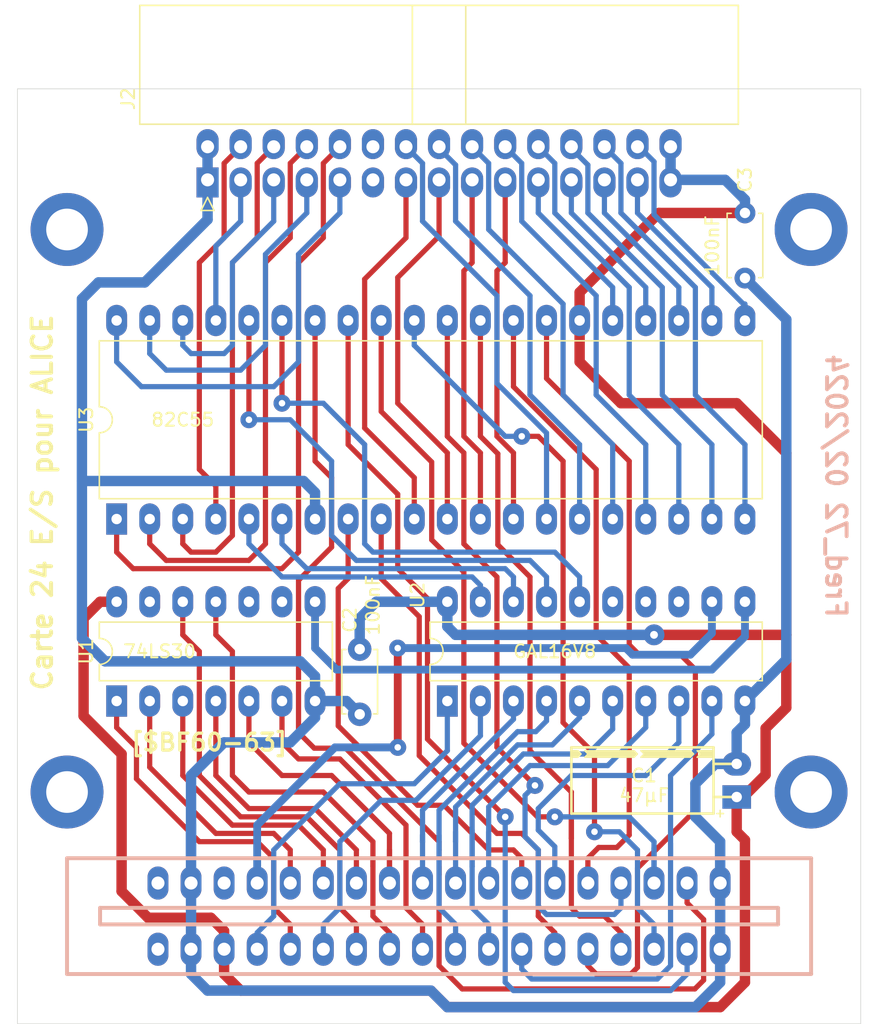
<source format=kicad_pcb>
(kicad_pcb (version 20171130) (host pcbnew "(5.1.12)-1")

  (general
    (thickness 1.6)
    (drawings 8)
    (tracks 539)
    (zones 0)
    (modules 12)
    (nets 68)
  )

  (page A4)
  (layers
    (0 F.Cu signal)
    (31 B.Cu signal)
    (32 B.Adhes user)
    (33 F.Adhes user)
    (34 B.Paste user)
    (35 F.Paste user)
    (36 B.SilkS user)
    (37 F.SilkS user)
    (38 B.Mask user)
    (39 F.Mask user)
    (40 Dwgs.User user hide)
    (41 Cmts.User user)
    (42 Eco1.User user)
    (43 Eco2.User user)
    (44 Edge.Cuts user)
    (45 Margin user)
    (46 B.CrtYd user)
    (47 F.CrtYd user)
    (48 B.Fab user)
    (49 F.Fab user)
  )

  (setup
    (last_trace_width 0.6)
    (user_trace_width 0.4)
    (user_trace_width 0.6)
    (user_trace_width 0.8)
    (trace_clearance 0.2)
    (zone_clearance 0.508)
    (zone_45_only no)
    (trace_min 0.2)
    (via_size 0.8)
    (via_drill 0.4)
    (via_min_size 0.4)
    (via_min_drill 0.3)
    (user_via 1.3 0.5)
    (user_via 1.6 0.6)
    (uvia_size 0.3)
    (uvia_drill 0.1)
    (uvias_allowed no)
    (uvia_min_size 0.2)
    (uvia_min_drill 0.1)
    (edge_width 0.05)
    (segment_width 0.2)
    (pcb_text_width 0.3)
    (pcb_text_size 1.5 1.5)
    (mod_edge_width 0.12)
    (mod_text_size 1 1)
    (mod_text_width 0.15)
    (pad_size 1.8 1.8)
    (pad_drill 0.8)
    (pad_to_mask_clearance 0)
    (aux_axis_origin 107.95 128.27)
    (visible_elements 7FFFFFFF)
    (pcbplotparams
      (layerselection 0x00000_ffffffff)
      (usegerberextensions false)
      (usegerberattributes true)
      (usegerberadvancedattributes true)
      (creategerberjobfile true)
      (excludeedgelayer false)
      (linewidth 0.100000)
      (plotframeref false)
      (viasonmask false)
      (mode 1)
      (useauxorigin false)
      (hpglpennumber 1)
      (hpglpenspeed 20)
      (hpglpendiameter 15.000000)
      (psnegative false)
      (psa4output false)
      (plotreference true)
      (plotvalue true)
      (plotinvisibletext false)
      (padsonsilk false)
      (subtractmaskfromsilk false)
      (outputformat 2)
      (mirror false)
      (drillshape 1)
      (scaleselection 1)
      (outputdirectory "PS/"))
  )

  (net 0 "")
  (net 1 /~SEL)
  (net 2 /PA4)
  (net 3 /PB2)
  (net 4 /PA5)
  (net 5 /PB1)
  (net 6 /PA6)
  (net 7 /PB0)
  (net 8 /PA7)
  (net 9 /PC3)
  (net 10 "Net-(U2-Pad17)")
  (net 11 /PC2)
  (net 12 "Net-(U2-Pad16)")
  (net 13 /PC1)
  (net 14 /D0)
  (net 15 /PC0)
  (net 16 /D1)
  (net 17 /PC4)
  (net 18 /D2)
  (net 19 /PC5)
  (net 20 /D3)
  (net 21 /PC6)
  (net 22 /D4)
  (net 23 /PC7)
  (net 24 /D5)
  (net 25 /A0)
  (net 26 /D6)
  (net 27 /A1)
  (net 28 /D7)
  (net 29 GND)
  (net 30 VCC)
  (net 31 "Net-(U2-Pad19)")
  (net 32 /PB7)
  (net 33 "Net-(U2-Pad18)")
  (net 34 /PB6)
  (net 35 /PA0)
  (net 36 /PB5)
  (net 37 /PA1)
  (net 38 /PB4)
  (net 39 /PA2)
  (net 40 /PB3)
  (net 41 /PA3)
  (net 42 "Net-(J2-Pad12)")
  (net 43 "Net-(J2-Pad11)")
  (net 44 /A9)
  (net 45 /E)
  (net 46 /A10)
  (net 47 /A8)
  (net 48 /A11)
  (net 49 /A12)
  (net 50 /A13)
  (net 51 "Net-(U1-Pad8)")
  (net 52 /A15)
  (net 53 /R~W)
  (net 54 /~RESET)
  (net 55 /A2)
  (net 56 /A3)
  (net 57 "Net-(U2-Pad15)")
  (net 58 /A4)
  (net 59 /A5)
  (net 60 /A6)
  (net 61 /A7)
  (net 62 /A14)
  (net 63 /SOUND)
  (net 64 "Net-(J1-Pad35)")
  (net 65 /~NMI)
  (net 66 "Net-(U2-Pad14)")
  (net 67 "Net-(U2-Pad13)")

  (net_class Default "This is the default net class."
    (clearance 0.2)
    (trace_width 0.25)
    (via_dia 0.8)
    (via_drill 0.4)
    (uvia_dia 0.3)
    (uvia_drill 0.1)
    (add_net /A0)
    (add_net /A1)
    (add_net /A10)
    (add_net /A11)
    (add_net /A12)
    (add_net /A13)
    (add_net /A14)
    (add_net /A15)
    (add_net /A2)
    (add_net /A3)
    (add_net /A4)
    (add_net /A5)
    (add_net /A6)
    (add_net /A7)
    (add_net /A8)
    (add_net /A9)
    (add_net /D0)
    (add_net /D1)
    (add_net /D2)
    (add_net /D3)
    (add_net /D4)
    (add_net /D5)
    (add_net /D6)
    (add_net /D7)
    (add_net /E)
    (add_net /PA0)
    (add_net /PA1)
    (add_net /PA2)
    (add_net /PA3)
    (add_net /PA4)
    (add_net /PA5)
    (add_net /PA6)
    (add_net /PA7)
    (add_net /PB0)
    (add_net /PB1)
    (add_net /PB2)
    (add_net /PB3)
    (add_net /PB4)
    (add_net /PB5)
    (add_net /PB6)
    (add_net /PB7)
    (add_net /PC0)
    (add_net /PC1)
    (add_net /PC2)
    (add_net /PC3)
    (add_net /PC4)
    (add_net /PC5)
    (add_net /PC6)
    (add_net /PC7)
    (add_net /R~W)
    (add_net /SOUND)
    (add_net /~NMI)
    (add_net /~RESET)
    (add_net /~SEL)
    (add_net GND)
    (add_net "Net-(J1-Pad35)")
    (add_net "Net-(J2-Pad11)")
    (add_net "Net-(J2-Pad12)")
    (add_net "Net-(U1-Pad8)")
    (add_net "Net-(U2-Pad13)")
    (add_net "Net-(U2-Pad14)")
    (add_net "Net-(U2-Pad15)")
    (add_net "Net-(U2-Pad16)")
    (add_net "Net-(U2-Pad17)")
    (add_net "Net-(U2-Pad18)")
    (add_net "Net-(U2-Pad19)")
    (add_net VCC)
  )

  (module Connector_IDC:IDC-Header_2x15_P2.54mm_Horizontal (layer F.Cu) (tedit 65C7D448) (tstamp 65C7BBD3)
    (at 122.555 63.5 90)
    (descr "Through hole IDC box header, 2x15, 2.54mm pitch, DIN 41651 / IEC 60603-13, double rows, https://docs.google.com/spreadsheets/d/16SsEcesNF15N3Lb4niX7dcUr-NY5_MFPQhobNuNppn4/edit#gid=0")
    (tags "Through hole horizontal IDC box header THT 2x15 2.54mm double row")
    (path /65C7EA70)
    (fp_text reference J2 (at 6.215 -6.1 90) (layer F.SilkS)
      (effects (font (size 1 1) (thickness 0.15)))
    )
    (fp_text value I/O (at 6.215 41.66 90) (layer F.Fab)
      (effects (font (size 1 1) (thickness 0.15)))
    )
    (fp_line (start 4.38 -4.1) (end 5.38 -5.1) (layer F.Fab) (width 0.1))
    (fp_line (start 4.38 15.73) (end 13.28 15.73) (layer F.Fab) (width 0.1))
    (fp_line (start 4.38 19.83) (end 13.28 19.83) (layer F.Fab) (width 0.1))
    (fp_line (start 4.27 15.73) (end 13.39 15.73) (layer F.SilkS) (width 0.12))
    (fp_line (start 4.27 19.83) (end 13.39 19.83) (layer F.SilkS) (width 0.12))
    (fp_line (start 4.38 -0.32) (end -0.32 -0.32) (layer F.Fab) (width 0.1))
    (fp_line (start -0.32 -0.32) (end -0.32 0.32) (layer F.Fab) (width 0.1))
    (fp_line (start -0.32 0.32) (end 4.38 0.32) (layer F.Fab) (width 0.1))
    (fp_line (start 4.38 2.22) (end -0.32 2.22) (layer F.Fab) (width 0.1))
    (fp_line (start -0.32 2.22) (end -0.32 2.86) (layer F.Fab) (width 0.1))
    (fp_line (start -0.32 2.86) (end 4.38 2.86) (layer F.Fab) (width 0.1))
    (fp_line (start 4.38 4.76) (end -0.32 4.76) (layer F.Fab) (width 0.1))
    (fp_line (start -0.32 4.76) (end -0.32 5.4) (layer F.Fab) (width 0.1))
    (fp_line (start -0.32 5.4) (end 4.38 5.4) (layer F.Fab) (width 0.1))
    (fp_line (start 4.38 7.3) (end -0.32 7.3) (layer F.Fab) (width 0.1))
    (fp_line (start -0.32 7.3) (end -0.32 7.94) (layer F.Fab) (width 0.1))
    (fp_line (start -0.32 7.94) (end 4.38 7.94) (layer F.Fab) (width 0.1))
    (fp_line (start 4.38 9.84) (end -0.32 9.84) (layer F.Fab) (width 0.1))
    (fp_line (start -0.32 9.84) (end -0.32 10.48) (layer F.Fab) (width 0.1))
    (fp_line (start -0.32 10.48) (end 4.38 10.48) (layer F.Fab) (width 0.1))
    (fp_line (start 4.38 12.38) (end -0.32 12.38) (layer F.Fab) (width 0.1))
    (fp_line (start -0.32 12.38) (end -0.32 13.02) (layer F.Fab) (width 0.1))
    (fp_line (start -0.32 13.02) (end 4.38 13.02) (layer F.Fab) (width 0.1))
    (fp_line (start 4.38 14.92) (end -0.32 14.92) (layer F.Fab) (width 0.1))
    (fp_line (start -0.32 14.92) (end -0.32 15.56) (layer F.Fab) (width 0.1))
    (fp_line (start -0.32 15.56) (end 4.38 15.56) (layer F.Fab) (width 0.1))
    (fp_line (start 4.38 17.46) (end -0.32 17.46) (layer F.Fab) (width 0.1))
    (fp_line (start -0.32 17.46) (end -0.32 18.1) (layer F.Fab) (width 0.1))
    (fp_line (start -0.32 18.1) (end 4.38 18.1) (layer F.Fab) (width 0.1))
    (fp_line (start 4.38 20) (end -0.32 20) (layer F.Fab) (width 0.1))
    (fp_line (start -0.32 20) (end -0.32 20.64) (layer F.Fab) (width 0.1))
    (fp_line (start -0.32 20.64) (end 4.38 20.64) (layer F.Fab) (width 0.1))
    (fp_line (start 4.38 22.54) (end -0.32 22.54) (layer F.Fab) (width 0.1))
    (fp_line (start -0.32 22.54) (end -0.32 23.18) (layer F.Fab) (width 0.1))
    (fp_line (start -0.32 23.18) (end 4.38 23.18) (layer F.Fab) (width 0.1))
    (fp_line (start 4.38 25.08) (end -0.32 25.08) (layer F.Fab) (width 0.1))
    (fp_line (start -0.32 25.08) (end -0.32 25.72) (layer F.Fab) (width 0.1))
    (fp_line (start -0.32 25.72) (end 4.38 25.72) (layer F.Fab) (width 0.1))
    (fp_line (start 4.38 27.62) (end -0.32 27.62) (layer F.Fab) (width 0.1))
    (fp_line (start -0.32 27.62) (end -0.32 28.26) (layer F.Fab) (width 0.1))
    (fp_line (start -0.32 28.26) (end 4.38 28.26) (layer F.Fab) (width 0.1))
    (fp_line (start 4.38 30.16) (end -0.32 30.16) (layer F.Fab) (width 0.1))
    (fp_line (start -0.32 30.16) (end -0.32 30.8) (layer F.Fab) (width 0.1))
    (fp_line (start -0.32 30.8) (end 4.38 30.8) (layer F.Fab) (width 0.1))
    (fp_line (start 4.38 32.7) (end -0.32 32.7) (layer F.Fab) (width 0.1))
    (fp_line (start -0.32 32.7) (end -0.32 33.34) (layer F.Fab) (width 0.1))
    (fp_line (start -0.32 33.34) (end 4.38 33.34) (layer F.Fab) (width 0.1))
    (fp_line (start 4.38 35.24) (end -0.32 35.24) (layer F.Fab) (width 0.1))
    (fp_line (start -0.32 35.24) (end -0.32 35.88) (layer F.Fab) (width 0.1))
    (fp_line (start -0.32 35.88) (end 4.38 35.88) (layer F.Fab) (width 0.1))
    (fp_line (start 5.38 -5.1) (end 13.28 -5.1) (layer F.Fab) (width 0.1))
    (fp_line (start 13.28 -5.1) (end 13.28 40.66) (layer F.Fab) (width 0.1))
    (fp_line (start 13.28 40.66) (end 4.38 40.66) (layer F.Fab) (width 0.1))
    (fp_line (start 4.38 40.66) (end 4.38 -4.1) (layer F.Fab) (width 0.1))
    (fp_line (start 4.27 -5.21) (end 13.39 -5.21) (layer F.SilkS) (width 0.12))
    (fp_line (start 13.39 -5.21) (end 13.39 40.77) (layer F.SilkS) (width 0.12))
    (fp_line (start 13.39 40.77) (end 4.27 40.77) (layer F.SilkS) (width 0.12))
    (fp_line (start 4.27 40.77) (end 4.27 -5.21) (layer F.SilkS) (width 0.12))
    (fp_line (start -1.35 0) (end -2.35 -0.5) (layer F.SilkS) (width 0.12))
    (fp_line (start -2.35 -0.5) (end -2.35 0.5) (layer F.SilkS) (width 0.12))
    (fp_line (start -2.35 0.5) (end -1.35 0) (layer F.SilkS) (width 0.12))
    (fp_line (start -1.35 -5.6) (end -1.35 41.16) (layer F.CrtYd) (width 0.05))
    (fp_line (start -1.35 41.16) (end 13.78 41.16) (layer F.CrtYd) (width 0.05))
    (fp_line (start 13.78 41.16) (end 13.78 -5.6) (layer F.CrtYd) (width 0.05))
    (fp_line (start 13.78 -5.6) (end -1.35 -5.6) (layer F.CrtYd) (width 0.05))
    (fp_text user %R (at 8.83 17.78) (layer F.Fab)
      (effects (font (size 1 1) (thickness 0.15)))
    )
    (pad 30 thru_hole oval (at 2.54 35.56 90) (size 2.3 1.7) (drill 1 (offset 0.2 0)) (layers *.Cu *.Mask)
      (net 30 VCC))
    (pad 28 thru_hole oval (at 2.54 33.02 90) (size 2.3 1.7) (drill 1 (offset 0.2 0)) (layers *.Cu *.Mask)
      (net 40 /PB3))
    (pad 26 thru_hole oval (at 2.54 30.48 90) (size 2.3 1.7) (drill 1 (offset 0.2 0)) (layers *.Cu *.Mask)
      (net 3 /PB2))
    (pad 24 thru_hole oval (at 2.54 27.94 90) (size 2.3 1.7) (drill 1 (offset 0.2 0)) (layers *.Cu *.Mask)
      (net 5 /PB1))
    (pad 22 thru_hole oval (at 2.54 25.4 90) (size 2.3 1.7) (drill 1 (offset 0.2 0)) (layers *.Cu *.Mask)
      (net 7 /PB0))
    (pad 20 thru_hole oval (at 2.54 22.86 90) (size 2.3 1.7) (drill 1 (offset 0.2 0)) (layers *.Cu *.Mask)
      (net 9 /PC3))
    (pad 18 thru_hole oval (at 2.54 20.32 90) (size 2.3 1.7) (drill 1 (offset 0.2 0)) (layers *.Cu *.Mask)
      (net 11 /PC2))
    (pad 16 thru_hole oval (at 2.54 17.78 90) (size 2.3 1.7) (drill 1 (offset 0.2 0)) (layers *.Cu *.Mask)
      (net 13 /PC1))
    (pad 14 thru_hole oval (at 2.54 15.24 90) (size 2.3 1.7) (drill 1 (offset 0.2 0)) (layers *.Cu *.Mask)
      (net 15 /PC0))
    (pad 12 thru_hole oval (at 2.54 12.7 90) (size 2.3 1.7) (drill 1 (offset 0.2 0)) (layers *.Cu *.Mask)
      (net 42 "Net-(J2-Pad12)"))
    (pad 10 thru_hole oval (at 2.54 10.16 90) (size 2.3 1.7) (drill 1 (offset 0.2 0)) (layers *.Cu *.Mask)
      (net 41 /PA3))
    (pad 8 thru_hole oval (at 2.54 7.62 90) (size 2.3 1.7) (drill 1 (offset 0.2 0)) (layers *.Cu *.Mask)
      (net 39 /PA2))
    (pad 6 thru_hole oval (at 2.54 5.08 90) (size 2.3 1.7) (drill 1 (offset 0.2 0)) (layers *.Cu *.Mask)
      (net 37 /PA1))
    (pad 4 thru_hole oval (at 2.54 2.54 90) (size 2.3 1.7) (drill 1 (offset 0.2 0)) (layers *.Cu *.Mask)
      (net 35 /PA0))
    (pad 2 thru_hole oval (at 2.54 0 90) (size 2.3 1.7) (drill 1 (offset 0.2 0)) (layers *.Cu *.Mask)
      (net 29 GND))
    (pad 29 thru_hole oval (at 0 35.56 90) (size 2.3 1.7) (drill 1 (offset -0.2 0)) (layers *.Cu *.Mask)
      (net 30 VCC))
    (pad 27 thru_hole oval (at 0 33.02 90) (size 2.3 1.7) (drill 1 (offset -0.2 0)) (layers *.Cu *.Mask)
      (net 38 /PB4))
    (pad 25 thru_hole oval (at 0 30.48 90) (size 2.3 1.7) (drill 1 (offset -0.2 0)) (layers *.Cu *.Mask)
      (net 36 /PB5))
    (pad 23 thru_hole oval (at 0 27.94 90) (size 2.3 1.7) (drill 1 (offset -0.2 0)) (layers *.Cu *.Mask)
      (net 34 /PB6))
    (pad 21 thru_hole oval (at 0 25.4 90) (size 2.3 1.7) (drill 1 (offset -0.2 0)) (layers *.Cu *.Mask)
      (net 32 /PB7))
    (pad 19 thru_hole oval (at 0 22.86 90) (size 2.3 1.7) (drill 1 (offset -0.2 0)) (layers *.Cu *.Mask)
      (net 17 /PC4))
    (pad 17 thru_hole oval (at 0 20.32 90) (size 2.3 1.7) (drill 1 (offset -0.2 0)) (layers *.Cu *.Mask)
      (net 19 /PC5))
    (pad 15 thru_hole oval (at 0 17.78 90) (size 2.3 1.7) (drill 1 (offset -0.2 0)) (layers *.Cu *.Mask)
      (net 21 /PC6))
    (pad 13 thru_hole oval (at 0 15.24 90) (size 2.3 1.7) (drill 1 (offset -0.2 0)) (layers *.Cu *.Mask)
      (net 23 /PC7))
    (pad 11 thru_hole oval (at 0 12.7 90) (size 2.3 1.7) (drill 1 (offset -0.2 0)) (layers *.Cu *.Mask)
      (net 43 "Net-(J2-Pad11)"))
    (pad 9 thru_hole oval (at 0 10.16 90) (size 2.3 1.7) (drill 1 (offset -0.2 0)) (layers *.Cu *.Mask)
      (net 2 /PA4))
    (pad 7 thru_hole oval (at 0 7.62 90) (size 2.3 1.7) (drill 1 (offset -0.2 0)) (layers *.Cu *.Mask)
      (net 4 /PA5))
    (pad 5 thru_hole oval (at 0 5.08 90) (size 2.3 1.7) (drill 1 (offset -0.2 0)) (layers *.Cu *.Mask)
      (net 6 /PA6))
    (pad 3 thru_hole oval (at 0 2.54 90) (size 2.3 1.7) (drill 1 (offset -0.2 0)) (layers *.Cu *.Mask)
      (net 8 /PA7))
    (pad 1 thru_hole rect (at 0 0 90) (size 2.3 1.7) (drill 1 (offset -0.2 0)) (layers *.Cu *.Mask)
      (net 29 GND))
    (model ${KISYS3DMOD}/Connector_IDC.3dshapes/IDC-Header_2x15_P2.54mm_Horizontal.wrl
      (at (xyz 0 0 0))
      (scale (xyz 1 1 1))
      (rotate (xyz 0 0 0))
    )
  )

  (module MountingHole:MountingHole_3.2mm_M3_DIN965_Pad (layer F.Cu) (tedit 56D1B4CB) (tstamp 65C890DC)
    (at 111.76 67.31)
    (descr "Mounting Hole 3.2mm, M3, DIN965")
    (tags "mounting hole 3.2mm m3 din965")
    (path /65C91B3C)
    (attr virtual)
    (fp_text reference H4 (at 0 -3.8) (layer F.SilkS) hide
      (effects (font (size 1 1) (thickness 0.15)))
    )
    (fp_text value MountingHole (at 0 3.8) (layer F.Fab)
      (effects (font (size 1 1) (thickness 0.15)))
    )
    (fp_circle (center 0 0) (end 3.05 0) (layer F.CrtYd) (width 0.05))
    (fp_circle (center 0 0) (end 2.8 0) (layer Cmts.User) (width 0.15))
    (fp_text user %R (at 0.3 0) (layer F.Fab)
      (effects (font (size 1 1) (thickness 0.15)))
    )
    (pad 1 thru_hole circle (at 0 0) (size 5.6 5.6) (drill 3.2) (layers *.Cu *.Mask))
  )

  (module MountingHole:MountingHole_3.2mm_M3_DIN965_Pad (layer F.Cu) (tedit 56D1B4CB) (tstamp 65C890D4)
    (at 168.91 67.31)
    (descr "Mounting Hole 3.2mm, M3, DIN965")
    (tags "mounting hole 3.2mm m3 din965")
    (path /65C91A1B)
    (attr virtual)
    (fp_text reference H3 (at 0 -3.8) (layer F.SilkS) hide
      (effects (font (size 1 1) (thickness 0.15)))
    )
    (fp_text value MountingHole (at 0 3.8) (layer F.Fab)
      (effects (font (size 1 1) (thickness 0.15)))
    )
    (fp_circle (center 0 0) (end 3.05 0) (layer F.CrtYd) (width 0.05))
    (fp_circle (center 0 0) (end 2.8 0) (layer Cmts.User) (width 0.15))
    (fp_text user %R (at 0.3 0) (layer F.Fab)
      (effects (font (size 1 1) (thickness 0.15)))
    )
    (pad 1 thru_hole circle (at 0 0) (size 5.6 5.6) (drill 3.2) (layers *.Cu *.Mask))
  )

  (module MountingHole:MountingHole_3.2mm_M3_DIN965_Pad (layer F.Cu) (tedit 56D1B4CB) (tstamp 65C890CC)
    (at 168.91 110.49)
    (descr "Mounting Hole 3.2mm, M3, DIN965")
    (tags "mounting hole 3.2mm m3 din965")
    (path /65C9182A)
    (attr virtual)
    (fp_text reference H2 (at 0 -3.8) (layer F.SilkS) hide
      (effects (font (size 1 1) (thickness 0.15)))
    )
    (fp_text value MountingHole (at 0 3.8) (layer F.Fab)
      (effects (font (size 1 1) (thickness 0.15)))
    )
    (fp_circle (center 0 0) (end 3.05 0) (layer F.CrtYd) (width 0.05))
    (fp_circle (center 0 0) (end 2.8 0) (layer Cmts.User) (width 0.15))
    (fp_text user %R (at 0.3 0) (layer F.Fab)
      (effects (font (size 1 1) (thickness 0.15)))
    )
    (pad 1 thru_hole circle (at 0 0) (size 5.6 5.6) (drill 3.2) (layers *.Cu *.Mask))
  )

  (module MountingHole:MountingHole_3.2mm_M3_DIN965_Pad (layer F.Cu) (tedit 56D1B4CB) (tstamp 65C890C4)
    (at 111.76 110.49)
    (descr "Mounting Hole 3.2mm, M3, DIN965")
    (tags "mounting hole 3.2mm m3 din965")
    (path /65C9146B)
    (attr virtual)
    (fp_text reference H1 (at 0 -3.8) (layer F.SilkS) hide
      (effects (font (size 1 1) (thickness 0.15)))
    )
    (fp_text value MountingHole (at 0 3.8) (layer F.Fab)
      (effects (font (size 1 1) (thickness 0.15)))
    )
    (fp_circle (center 0 0) (end 3.05 0) (layer F.CrtYd) (width 0.05))
    (fp_circle (center 0 0) (end 2.8 0) (layer Cmts.User) (width 0.15))
    (fp_text user %R (at 0.3 0) (layer F.Fab)
      (effects (font (size 1 1) (thickness 0.15)))
    )
    (pad 1 thru_hole circle (at 0 0) (size 5.6 5.6) (drill 3.2) (layers *.Cu *.Mask))
  )

  (module Capacitor_THT:C_Ceramic_D5.5mm_W4mm_P5.00mm (layer F.Cu) (tedit 62E17ADB) (tstamp 65C8FEDA)
    (at 163.83 66.04 270)
    (descr "C, Disc series, Radial, pin pitch=5.00mm, , diameter*width=4.7*2.5mm^2, Capacitor, http://www.vishay.com/docs/45233/krseries.pdf")
    (tags "C Disc series Radial pin pitch 5.00mm  diameter 4.7mm width 2.5mm Capacitor")
    (path /65CDAD4E)
    (fp_text reference C3 (at -2.54 0 90) (layer F.SilkS)
      (effects (font (size 1 1) (thickness 0.15)))
    )
    (fp_text value 100nF (at 2.5 2.5 90) (layer F.SilkS)
      (effects (font (size 1 1) (thickness 0.15)))
    )
    (fp_line (start 6.05 -1.5) (end -1.05 -1.5) (layer F.CrtYd) (width 0.05))
    (fp_line (start 6.05 1.5) (end 6.05 -1.5) (layer F.CrtYd) (width 0.05))
    (fp_line (start -1.05 1.5) (end 6.05 1.5) (layer F.CrtYd) (width 0.05))
    (fp_line (start -1.05 -1.5) (end -1.05 1.5) (layer F.CrtYd) (width 0.05))
    (fp_line (start 4.97 1.055) (end 4.97 1.37) (layer F.SilkS) (width 0.12))
    (fp_line (start 4.97 -1.37) (end 4.97 -1.055) (layer F.SilkS) (width 0.12))
    (fp_line (start 0.03 1.055) (end 0.03 1.37) (layer F.SilkS) (width 0.12))
    (fp_line (start 0.03 -1.37) (end 0.03 -1.055) (layer F.SilkS) (width 0.12))
    (fp_line (start 0.03 1.37) (end 4.97 1.37) (layer F.SilkS) (width 0.12))
    (fp_line (start 0.03 -1.37) (end 4.97 -1.37) (layer F.SilkS) (width 0.12))
    (fp_line (start 4.85 -1.25) (end 0.15 -1.25) (layer F.Fab) (width 0.1))
    (fp_line (start 4.85 1.25) (end 4.85 -1.25) (layer F.Fab) (width 0.1))
    (fp_line (start 0.15 1.25) (end 4.85 1.25) (layer F.Fab) (width 0.1))
    (fp_line (start 0.15 -1.25) (end 0.15 1.25) (layer F.Fab) (width 0.1))
    (fp_text user %R (at 2.5 0 90) (layer F.Fab)
      (effects (font (size 0.94 0.94) (thickness 0.141)))
    )
    (pad 2 thru_hole circle (at 5 0 270) (size 1.6 1.6) (drill 0.8) (layers *.Cu *.Mask)
      (net 29 GND))
    (pad 1 thru_hole circle (at 0 0 270) (size 1.6 1.6) (drill 0.8) (layers *.Cu *.Mask)
      (net 30 VCC))
    (model ${KISYS3DMOD}/Capacitor_THT.3dshapes/C_Ceramic_D5.5mm_W4mm_P5.00mm_v2.step
      (offset (xyz 0.5 1.3 1))
      (scale (xyz 1 1 1))
      (rotate (xyz -90 0 0))
    )
  )

  (module Capacitor_THT:C_Ceramic_D5.5mm_W4mm_P5.00mm (layer F.Cu) (tedit 65C88518) (tstamp 65C82D5B)
    (at 134.239 99.521 270)
    (descr "C, Disc series, Radial, pin pitch=5.00mm, , diameter*width=4.7*2.5mm^2, Capacitor, http://www.vishay.com/docs/45233/krseries.pdf")
    (tags "C Disc series Radial pin pitch 5.00mm  diameter 4.7mm width 2.5mm Capacitor")
    (path /65CDBB03)
    (fp_text reference C2 (at -2.239 0.762 90) (layer F.SilkS)
      (effects (font (size 1 1) (thickness 0.15)))
    )
    (fp_text value 100nF (at -3.382 -1.016 90) (layer F.SilkS)
      (effects (font (size 1 1) (thickness 0.15)))
    )
    (fp_line (start 6.05 -1.5) (end -1.05 -1.5) (layer F.CrtYd) (width 0.05))
    (fp_line (start 6.05 1.5) (end 6.05 -1.5) (layer F.CrtYd) (width 0.05))
    (fp_line (start -1.05 1.5) (end 6.05 1.5) (layer F.CrtYd) (width 0.05))
    (fp_line (start -1.05 -1.5) (end -1.05 1.5) (layer F.CrtYd) (width 0.05))
    (fp_line (start 4.97 1.055) (end 4.97 1.37) (layer F.SilkS) (width 0.12))
    (fp_line (start 4.97 -1.37) (end 4.97 -1.055) (layer F.SilkS) (width 0.12))
    (fp_line (start 0.03 1.055) (end 0.03 1.37) (layer F.SilkS) (width 0.12))
    (fp_line (start 0.03 -1.37) (end 0.03 -1.055) (layer F.SilkS) (width 0.12))
    (fp_line (start 0.03 1.37) (end 4.97 1.37) (layer F.SilkS) (width 0.12))
    (fp_line (start 0.03 -1.37) (end 4.97 -1.37) (layer F.SilkS) (width 0.12))
    (fp_line (start 4.85 -1.25) (end 0.15 -1.25) (layer F.Fab) (width 0.1))
    (fp_line (start 4.85 1.25) (end 4.85 -1.25) (layer F.Fab) (width 0.1))
    (fp_line (start 0.15 1.25) (end 4.85 1.25) (layer F.Fab) (width 0.1))
    (fp_line (start 0.15 -1.25) (end 0.15 1.25) (layer F.Fab) (width 0.1))
    (fp_text user %R (at 2.5 0 90) (layer F.Fab)
      (effects (font (size 0.94 0.94) (thickness 0.141)))
    )
    (pad 2 thru_hole circle (at 5 0 270) (size 1.8 1.8) (drill 0.8) (layers *.Cu *.Mask)
      (net 29 GND))
    (pad 1 thru_hole circle (at 0 0 270) (size 1.8 1.8) (drill 0.8) (layers *.Cu *.Mask)
      (net 30 VCC))
    (model ${KISYS3DMOD}/Capacitor_THT.3dshapes/C_Ceramic_D5.5mm_W4mm_P5.00mm_v2.step
      (offset (xyz 0.5 1.3 1))
      (scale (xyz 1 1 1))
      (rotate (xyz -90 0 0))
    )
  )

  (module Capacitor_THT:CP_Radial_D5.0mm_P2.54mm_Horizontal (layer F.Cu) (tedit 65C88502) (tstamp 65C82D46)
    (at 163.195 110.617 90)
    (descr "CP, Radial series, Radial, pin pitch=2.00mm, , diameter=5mm, Electrolytic Capacitor")
    (tags "CP Radial series Radial pin pitch 2.00mm  diameter 5mm Electrolytic Capacitor")
    (path /65D0F689)
    (fp_text reference C1 (at 1.397 -7.112) (layer F.SilkS)
      (effects (font (size 1 1) (thickness 0.15)))
    )
    (fp_text value 47µF (at -0.127 -7.112 180) (layer F.SilkS)
      (effects (font (size 1 1) (thickness 0.15)))
    )
    (fp_poly (pts (xy 3.302 -12.192) (xy 3.048 -11.938) (xy 2.794 -12.192) (xy 2.794 -12.7)
      (xy 3.302 -12.7)) (layer F.SilkS) (width 0.1))
    (fp_poly (pts (xy 3.302 -7.874) (xy 3.048 -7.62) (xy 2.794 -7.874) (xy 2.794 -11.684)
      (xy 3.048 -11.43) (xy 3.302 -11.684)) (layer F.SilkS) (width 0.1))
    (fp_poly (pts (xy 3.302 -1.778) (xy 2.794 -1.778) (xy 2.794 -3.048) (xy 3.048 -2.794)
      (xy 3.302 -3.048)) (layer F.SilkS) (width 0.1))
    (fp_poly (pts (xy 3.302 -3.556) (xy 3.048 -3.302) (xy 2.794 -3.556) (xy 2.794 -7.366)
      (xy 3.048 -7.112) (xy 3.302 -7.366)) (layer F.SilkS) (width 0.1))
    (fp_line (start 4.064 0.762) (end -2.032 0.762) (layer F.CrtYd) (width 0.12))
    (fp_line (start 4.064 -12.954) (end 4.064 0.762) (layer F.CrtYd) (width 0.12))
    (fp_line (start -2.032 -12.954) (end 4.064 -12.954) (layer F.CrtYd) (width 0.12))
    (fp_line (start -2.032 0.762) (end -2.032 -12.954) (layer F.CrtYd) (width 0.12))
    (fp_line (start -0.254 -1.778) (end -0.254 0) (layer F.SilkS) (width 0.2))
    (fp_line (start 2.286 0) (end 2.286 -1.778) (layer F.SilkS) (width 0.2))
    (fp_line (start -1.524 -12.7) (end -1.524 -1.778) (layer F.SilkS) (width 0.2))
    (fp_line (start 3.556 -12.7) (end -1.524 -12.7) (layer F.SilkS) (width 0.2))
    (fp_line (start 3.556 -1.778) (end 3.556 -12.7) (layer F.SilkS) (width 0.2))
    (fp_line (start -1.524 -1.778) (end 3.556 -1.778) (layer F.SilkS) (width 0.2))
    (fp_line (start -1.133605 -1.0875) (end -0.633605 -1.0875) (layer F.Fab) (width 0.1))
    (fp_line (start -0.883605 -1.3375) (end -0.883605 -0.8375) (layer F.Fab) (width 0.1))
    (fp_line (start -1.778 -1.27) (end -1.278 -1.27) (layer F.SilkS) (width 0.12))
    (fp_line (start -1.524 -1.516) (end -1.524 -1.016) (layer F.SilkS) (width 0.12))
    (pad 2 thru_hole oval (at 2.286 0 90) (size 1.8 2.2) (drill 0.8) (layers *.Cu *.Mask)
      (net 29 GND))
    (pad 1 thru_hole rect (at -0.254 0 90) (size 1.8 2.2) (drill 0.8) (layers *.Cu *.Mask)
      (net 30 VCC))
    (model ${KISYS3DMOD}/Capacitor_THT.3dshapes/c_horiz_c2v10_2_ora.wrl
      (offset (xyz 1 0 0))
      (scale (xyz 0.6 0.4 0.4))
      (rotate (xyz 0 0 90))
    )
  )

  (module Connector:ALICE32 (layer B.Cu) (tedit 64F2CA6C) (tstamp 65C8947D)
    (at 140.335 120.015 180)
    (path /65C7C1A4)
    (fp_text reference J1 (at 26.035 5.715) (layer B.SilkS) hide
      (effects (font (size 1 1) (thickness 0.15)) (justify mirror))
    )
    (fp_text value EXPANSION (at -20.955 0) (layer B.SilkS) hide
      (effects (font (size 1.2 1.5) (thickness 0.2)) (justify mirror))
    )
    (fp_line (start -28.575 -4.445) (end -28.575 4.445) (layer B.SilkS) (width 0.3))
    (fp_line (start 28.575 4.445) (end -28.575 4.445) (layer B.SilkS) (width 0.3))
    (fp_line (start 28.575 -4.445) (end 28.575 4.445) (layer B.SilkS) (width 0.3))
    (fp_line (start -28.575 -4.445) (end 28.575 -4.445) (layer B.SilkS) (width 0.3))
    (fp_line (start -26.035 -0.635) (end -26.035 0.635) (layer B.SilkS) (width 0.3))
    (fp_line (start 26.035 -0.635) (end -26.035 -0.635) (layer B.SilkS) (width 0.3))
    (fp_line (start 26.035 0.635) (end 26.035 -0.635) (layer B.SilkS) (width 0.3))
    (fp_line (start -26.035 0.635) (end 26.035 0.635) (layer B.SilkS) (width 0.3))
    (pad 36 thru_hole oval (at 21.59 -2.54 180) (size 1.6 2.54) (drill 1) (layers *.Cu *.Mask)
      (net 63 /SOUND))
    (pad 35 thru_hole oval (at 21.59 2.54 180) (size 1.6 2.54) (drill 1) (layers *.Cu *.Mask)
      (net 64 "Net-(J1-Pad35)"))
    (pad 34 thru_hole oval (at 19.05 -2.54 180) (size 1.6 2.54) (drill 1) (layers *.Cu *.Mask)
      (net 29 GND))
    (pad 33 thru_hole oval (at 19.05 2.54 180) (size 1.6 2.54) (drill 1) (layers *.Cu *.Mask)
      (net 29 GND))
    (pad 32 thru_hole oval (at 16.51 -2.54 180) (size 1.6 2.54) (drill 1) (layers *.Cu *.Mask)
      (net 30 VCC))
    (pad 31 thru_hole oval (at 16.51 2.54 180) (size 1.6 2.54) (drill 1) (layers *.Cu *.Mask)
      (net 65 /~NMI))
    (pad 30 thru_hole oval (at 13.97 -2.54 180) (size 1.6 2.54) (drill 1) (layers *.Cu *.Mask)
      (net 54 /~RESET))
    (pad 29 thru_hole oval (at 13.97 2.54 180) (size 1.6 2.54) (drill 1) (layers *.Cu *.Mask)
      (net 1 /~SEL))
    (pad 28 thru_hole oval (at 11.43 -2.54 180) (size 1.6 2.54) (drill 1) (layers *.Cu *.Mask)
      (net 45 /E))
    (pad 27 thru_hole oval (at 11.43 2.54 180) (size 1.6 2.54) (drill 1) (layers *.Cu *.Mask)
      (net 52 /A15))
    (pad 26 thru_hole oval (at 8.89 -2.54 180) (size 1.6 2.54) (drill 1) (layers *.Cu *.Mask)
      (net 62 /A14))
    (pad 24 thru_hole oval (at 6.35 -2.54 180) (size 1.6 2.54) (drill 1) (layers *.Cu *.Mask)
      (net 49 /A12))
    (pad 25 thru_hole oval (at 8.89 2.54 180) (size 1.6 2.54) (drill 1) (layers *.Cu *.Mask)
      (net 50 /A13))
    (pad 23 thru_hole oval (at 6.35 2.54 180) (size 1.6 2.54) (drill 1) (layers *.Cu *.Mask)
      (net 48 /A11))
    (pad 22 thru_hole oval (at 3.81 -2.54 180) (size 1.6 2.54) (drill 1) (layers *.Cu *.Mask)
      (net 46 /A10))
    (pad 21 thru_hole oval (at 3.81 2.54 180) (size 1.6 2.54) (drill 1) (layers *.Cu *.Mask)
      (net 44 /A9))
    (pad 20 thru_hole oval (at 1.27 -2.54 180) (size 1.6 2.54) (drill 1) (layers *.Cu *.Mask)
      (net 47 /A8))
    (pad 19 thru_hole oval (at 1.27 2.54 180) (size 1.6 2.54) (drill 1) (layers *.Cu *.Mask)
      (net 61 /A7))
    (pad 18 thru_hole oval (at -1.27 -2.54 180) (size 1.6 2.54) (drill 1) (layers *.Cu *.Mask)
      (net 60 /A6))
    (pad 17 thru_hole oval (at -1.27 2.54 180) (size 1.6 2.54) (drill 1) (layers *.Cu *.Mask)
      (net 59 /A5))
    (pad 16 thru_hole oval (at -3.81 -2.54 180) (size 1.6 2.54) (drill 1) (layers *.Cu *.Mask)
      (net 58 /A4))
    (pad 15 thru_hole oval (at -3.81 2.54 180) (size 1.6 2.54) (drill 1) (layers *.Cu *.Mask)
      (net 56 /A3))
    (pad 14 thru_hole oval (at -6.35 -2.54 180) (size 1.6 2.54) (drill 1) (layers *.Cu *.Mask)
      (net 55 /A2))
    (pad 13 thru_hole oval (at -6.35 2.54 180) (size 1.6 2.54) (drill 1) (layers *.Cu *.Mask)
      (net 27 /A1))
    (pad 12 thru_hole oval (at -8.89 -2.54 180) (size 1.6 2.54) (drill 1) (layers *.Cu *.Mask)
      (net 25 /A0))
    (pad 11 thru_hole oval (at -8.89 2.54 180) (size 1.6 2.54) (drill 1) (layers *.Cu *.Mask)
      (net 53 /R~W))
    (pad 10 thru_hole oval (at -11.43 -2.54 180) (size 1.6 2.54) (drill 1) (layers *.Cu *.Mask)
      (net 28 /D7))
    (pad 9 thru_hole oval (at -11.43 2.54 180) (size 1.6 2.54) (drill 1) (layers *.Cu *.Mask)
      (net 26 /D6))
    (pad 8 thru_hole oval (at -13.97 -2.54 180) (size 1.6 2.54) (drill 1) (layers *.Cu *.Mask)
      (net 24 /D5))
    (pad 7 thru_hole oval (at -13.97 2.54 180) (size 1.6 2.54) (drill 1) (layers *.Cu *.Mask)
      (net 22 /D4))
    (pad 6 thru_hole oval (at -16.51 -2.54 180) (size 1.6 2.54) (drill 1) (layers *.Cu *.Mask)
      (net 20 /D3))
    (pad 5 thru_hole oval (at -16.51 2.54 180) (size 1.6 2.54) (drill 1) (layers *.Cu *.Mask)
      (net 18 /D2))
    (pad 4 thru_hole oval (at -19.05 -2.54 180) (size 1.6 2.54) (drill 1) (layers *.Cu *.Mask)
      (net 16 /D1))
    (pad 3 thru_hole oval (at -19.05 2.54 180) (size 1.6 2.54) (drill 1) (layers *.Cu *.Mask)
      (net 14 /D0))
    (pad 2 thru_hole oval (at -21.59 -2.54 180) (size 1.6 2.54) (drill 1) (layers *.Cu *.Mask)
      (net 29 GND))
    (pad 1 thru_hole oval (at -21.59 2.54 180) (size 1.6 2.54) (drill 1) (layers *.Cu *.Mask)
      (net 29 GND))
    (model ${KISYS3DMOD}/Connector_TE_Connectivity.3dshapes/TE_Connectivity_2x18.stp
      (offset (xyz 0 0 15.5))
      (scale (xyz 1 1 1))
      (rotate (xyz 0 0 0))
    )
  )

  (module Package_DIP:DIP-40_W15.24mm_LongPads (layer F.Cu) (tedit 5A02E8C5) (tstamp 65C7944E)
    (at 115.57 89.535 90)
    (descr "40-lead though-hole mounted DIP package, row spacing 15.24 mm (600 mils), LongPads")
    (tags "THT DIP DIL PDIP 2.54mm 15.24mm 600mil LongPads")
    (path /65C7A742)
    (fp_text reference U3 (at 7.62 -2.33 90) (layer F.SilkS)
      (effects (font (size 1 1) (thickness 0.15)))
    )
    (fp_text value 82C55 (at 7.62 5.08 180) (layer F.SilkS)
      (effects (font (size 1 1) (thickness 0.15)))
    )
    (fp_line (start 1.255 -1.27) (end 14.985 -1.27) (layer F.Fab) (width 0.1))
    (fp_line (start 14.985 -1.27) (end 14.985 49.53) (layer F.Fab) (width 0.1))
    (fp_line (start 14.985 49.53) (end 0.255 49.53) (layer F.Fab) (width 0.1))
    (fp_line (start 0.255 49.53) (end 0.255 -0.27) (layer F.Fab) (width 0.1))
    (fp_line (start 0.255 -0.27) (end 1.255 -1.27) (layer F.Fab) (width 0.1))
    (fp_line (start 6.62 -1.33) (end 1.56 -1.33) (layer F.SilkS) (width 0.12))
    (fp_line (start 1.56 -1.33) (end 1.56 49.59) (layer F.SilkS) (width 0.12))
    (fp_line (start 1.56 49.59) (end 13.68 49.59) (layer F.SilkS) (width 0.12))
    (fp_line (start 13.68 49.59) (end 13.68 -1.33) (layer F.SilkS) (width 0.12))
    (fp_line (start 13.68 -1.33) (end 8.62 -1.33) (layer F.SilkS) (width 0.12))
    (fp_line (start -1.5 -1.55) (end -1.5 49.8) (layer F.CrtYd) (width 0.05))
    (fp_line (start -1.5 49.8) (end 16.7 49.8) (layer F.CrtYd) (width 0.05))
    (fp_line (start 16.7 49.8) (end 16.7 -1.55) (layer F.CrtYd) (width 0.05))
    (fp_line (start 16.7 -1.55) (end -1.5 -1.55) (layer F.CrtYd) (width 0.05))
    (fp_text user %R (at 7.62 24.13 90) (layer F.Fab)
      (effects (font (size 1 1) (thickness 0.15)))
    )
    (fp_arc (start 7.62 -1.33) (end 6.62 -1.33) (angle -180) (layer F.SilkS) (width 0.12))
    (pad 40 thru_hole oval (at 15.24 0 90) (size 2.4 1.6) (drill 0.8) (layers *.Cu *.Mask)
      (net 2 /PA4))
    (pad 20 thru_hole oval (at 0 48.26 90) (size 2.4 1.6) (drill 0.8) (layers *.Cu *.Mask)
      (net 3 /PB2))
    (pad 39 thru_hole oval (at 15.24 2.54 90) (size 2.4 1.6) (drill 0.8) (layers *.Cu *.Mask)
      (net 4 /PA5))
    (pad 19 thru_hole oval (at 0 45.72 90) (size 2.4 1.6) (drill 0.8) (layers *.Cu *.Mask)
      (net 5 /PB1))
    (pad 38 thru_hole oval (at 15.24 5.08 90) (size 2.4 1.6) (drill 0.8) (layers *.Cu *.Mask)
      (net 6 /PA6))
    (pad 18 thru_hole oval (at 0 43.18 90) (size 2.4 1.6) (drill 0.8) (layers *.Cu *.Mask)
      (net 7 /PB0))
    (pad 37 thru_hole oval (at 15.24 7.62 90) (size 2.4 1.6) (drill 0.8) (layers *.Cu *.Mask)
      (net 8 /PA7))
    (pad 17 thru_hole oval (at 0 40.64 90) (size 2.4 1.6) (drill 0.8) (layers *.Cu *.Mask)
      (net 9 /PC3))
    (pad 36 thru_hole oval (at 15.24 10.16 90) (size 2.4 1.6) (drill 0.8) (layers *.Cu *.Mask)
      (net 10 "Net-(U2-Pad17)"))
    (pad 16 thru_hole oval (at 0 38.1 90) (size 2.4 1.6) (drill 0.8) (layers *.Cu *.Mask)
      (net 11 /PC2))
    (pad 35 thru_hole oval (at 15.24 12.7 90) (size 2.4 1.6) (drill 0.8) (layers *.Cu *.Mask)
      (net 12 "Net-(U2-Pad16)"))
    (pad 15 thru_hole oval (at 0 35.56 90) (size 2.4 1.6) (drill 0.8) (layers *.Cu *.Mask)
      (net 13 /PC1))
    (pad 34 thru_hole oval (at 15.24 15.24 90) (size 2.4 1.6) (drill 0.8) (layers *.Cu *.Mask)
      (net 14 /D0))
    (pad 14 thru_hole oval (at 0 33.02 90) (size 2.4 1.6) (drill 0.8) (layers *.Cu *.Mask)
      (net 15 /PC0))
    (pad 33 thru_hole oval (at 15.24 17.78 90) (size 2.4 1.6) (drill 0.8) (layers *.Cu *.Mask)
      (net 16 /D1))
    (pad 13 thru_hole oval (at 0 30.48 90) (size 2.4 1.6) (drill 0.8) (layers *.Cu *.Mask)
      (net 17 /PC4))
    (pad 32 thru_hole oval (at 15.24 20.32 90) (size 2.4 1.6) (drill 0.8) (layers *.Cu *.Mask)
      (net 18 /D2))
    (pad 12 thru_hole oval (at 0 27.94 90) (size 2.4 1.6) (drill 0.8) (layers *.Cu *.Mask)
      (net 19 /PC5))
    (pad 31 thru_hole oval (at 15.24 22.86 90) (size 2.4 1.6) (drill 0.8) (layers *.Cu *.Mask)
      (net 20 /D3))
    (pad 11 thru_hole oval (at 0 25.4 90) (size 2.4 1.6) (drill 0.8) (layers *.Cu *.Mask)
      (net 21 /PC6))
    (pad 30 thru_hole oval (at 15.24 25.4 90) (size 2.4 1.6) (drill 0.8) (layers *.Cu *.Mask)
      (net 22 /D4))
    (pad 10 thru_hole oval (at 0 22.86 90) (size 2.4 1.6) (drill 0.8) (layers *.Cu *.Mask)
      (net 23 /PC7))
    (pad 29 thru_hole oval (at 15.24 27.94 90) (size 2.4 1.6) (drill 0.8) (layers *.Cu *.Mask)
      (net 24 /D5))
    (pad 9 thru_hole oval (at 0 20.32 90) (size 2.4 1.6) (drill 0.8) (layers *.Cu *.Mask)
      (net 25 /A0))
    (pad 28 thru_hole oval (at 15.24 30.48 90) (size 2.4 1.6) (drill 0.8) (layers *.Cu *.Mask)
      (net 26 /D6))
    (pad 8 thru_hole oval (at 0 17.78 90) (size 2.4 1.6) (drill 0.8) (layers *.Cu *.Mask)
      (net 27 /A1))
    (pad 27 thru_hole oval (at 15.24 33.02 90) (size 2.4 1.6) (drill 0.8) (layers *.Cu *.Mask)
      (net 28 /D7))
    (pad 7 thru_hole oval (at 0 15.24 90) (size 2.4 1.6) (drill 0.8) (layers *.Cu *.Mask)
      (net 29 GND))
    (pad 26 thru_hole oval (at 15.24 35.56 90) (size 2.4 1.6) (drill 0.8) (layers *.Cu *.Mask)
      (net 30 VCC))
    (pad 6 thru_hole oval (at 0 12.7 90) (size 2.4 1.6) (drill 0.8) (layers *.Cu *.Mask)
      (net 33 "Net-(U2-Pad18)"))
    (pad 25 thru_hole oval (at 15.24 38.1 90) (size 2.4 1.6) (drill 0.8) (layers *.Cu *.Mask)
      (net 32 /PB7))
    (pad 5 thru_hole oval (at 0 10.16 90) (size 2.4 1.6) (drill 0.8) (layers *.Cu *.Mask)
      (net 31 "Net-(U2-Pad19)"))
    (pad 24 thru_hole oval (at 15.24 40.64 90) (size 2.4 1.6) (drill 0.8) (layers *.Cu *.Mask)
      (net 34 /PB6))
    (pad 4 thru_hole oval (at 0 7.62 90) (size 2.4 1.6) (drill 0.8) (layers *.Cu *.Mask)
      (net 35 /PA0))
    (pad 23 thru_hole oval (at 15.24 43.18 90) (size 2.4 1.6) (drill 0.8) (layers *.Cu *.Mask)
      (net 36 /PB5))
    (pad 3 thru_hole oval (at 0 5.08 90) (size 2.4 1.6) (drill 0.8) (layers *.Cu *.Mask)
      (net 37 /PA1))
    (pad 22 thru_hole oval (at 15.24 45.72 90) (size 2.4 1.6) (drill 0.8) (layers *.Cu *.Mask)
      (net 38 /PB4))
    (pad 2 thru_hole oval (at 0 2.54 90) (size 2.4 1.6) (drill 0.8) (layers *.Cu *.Mask)
      (net 39 /PA2))
    (pad 21 thru_hole oval (at 15.24 48.26 90) (size 2.4 1.6) (drill 0.8) (layers *.Cu *.Mask)
      (net 40 /PB3))
    (pad 1 thru_hole rect (at 0 0 90) (size 2.4 1.6) (drill 0.8) (layers *.Cu *.Mask)
      (net 41 /PA3))
    (model ${KISYS3DMOD}/Package_DIP.3dshapes/DIP-40_W15.24mm.wrl
      (at (xyz 0 0 0))
      (scale (xyz 1 1 1))
      (rotate (xyz 0 0 0))
    )
  )

  (module Package_DIP:DIP-20_W7.62mm_LongPads (layer F.Cu) (tedit 5A02E8C5) (tstamp 65C7BC1D)
    (at 140.97 103.505 90)
    (descr "20-lead though-hole mounted DIP package, row spacing 7.62 mm (300 mils), LongPads")
    (tags "THT DIP DIL PDIP 2.54mm 7.62mm 300mil LongPads")
    (path /65C7E3B8)
    (fp_text reference U2 (at 8.128 -2.286 90) (layer F.SilkS)
      (effects (font (size 1 1) (thickness 0.15)))
    )
    (fp_text value GAL16V8 (at 3.81 8.255 180) (layer F.SilkS)
      (effects (font (size 1 1) (thickness 0.15)))
    )
    (fp_line (start 1.635 -1.27) (end 6.985 -1.27) (layer F.Fab) (width 0.1))
    (fp_line (start 6.985 -1.27) (end 6.985 24.13) (layer F.Fab) (width 0.1))
    (fp_line (start 6.985 24.13) (end 0.635 24.13) (layer F.Fab) (width 0.1))
    (fp_line (start 0.635 24.13) (end 0.635 -0.27) (layer F.Fab) (width 0.1))
    (fp_line (start 0.635 -0.27) (end 1.635 -1.27) (layer F.Fab) (width 0.1))
    (fp_line (start 2.81 -1.33) (end 1.56 -1.33) (layer F.SilkS) (width 0.12))
    (fp_line (start 1.56 -1.33) (end 1.56 24.19) (layer F.SilkS) (width 0.12))
    (fp_line (start 1.56 24.19) (end 6.06 24.19) (layer F.SilkS) (width 0.12))
    (fp_line (start 6.06 24.19) (end 6.06 -1.33) (layer F.SilkS) (width 0.12))
    (fp_line (start 6.06 -1.33) (end 4.81 -1.33) (layer F.SilkS) (width 0.12))
    (fp_line (start -1.45 -1.55) (end -1.45 24.4) (layer F.CrtYd) (width 0.05))
    (fp_line (start -1.45 24.4) (end 9.1 24.4) (layer F.CrtYd) (width 0.05))
    (fp_line (start 9.1 24.4) (end 9.1 -1.55) (layer F.CrtYd) (width 0.05))
    (fp_line (start 9.1 -1.55) (end -1.45 -1.55) (layer F.CrtYd) (width 0.05))
    (fp_text user %R (at 3.81 11.43 90) (layer F.Fab)
      (effects (font (size 1 1) (thickness 0.15)))
    )
    (fp_arc (start 3.81 -1.33) (end 2.81 -1.33) (angle -180) (layer F.SilkS) (width 0.12))
    (pad 20 thru_hole oval (at 7.62 0 90) (size 2.4 1.6) (drill 0.8) (layers *.Cu *.Mask)
      (net 30 VCC))
    (pad 10 thru_hole oval (at 0 22.86 90) (size 2.4 1.6) (drill 0.8) (layers *.Cu *.Mask)
      (net 29 GND))
    (pad 19 thru_hole oval (at 7.62 2.54 90) (size 2.4 1.6) (drill 0.8) (layers *.Cu *.Mask)
      (net 31 "Net-(U2-Pad19)"))
    (pad 9 thru_hole oval (at 0 20.32 90) (size 2.4 1.6) (drill 0.8) (layers *.Cu *.Mask)
      (net 55 /A2))
    (pad 18 thru_hole oval (at 7.62 5.08 90) (size 2.4 1.6) (drill 0.8) (layers *.Cu *.Mask)
      (net 33 "Net-(U2-Pad18)"))
    (pad 8 thru_hole oval (at 0 17.78 90) (size 2.4 1.6) (drill 0.8) (layers *.Cu *.Mask)
      (net 53 /R~W))
    (pad 17 thru_hole oval (at 7.62 7.62 90) (size 2.4 1.6) (drill 0.8) (layers *.Cu *.Mask)
      (net 10 "Net-(U2-Pad17)"))
    (pad 7 thru_hole oval (at 0 15.24 90) (size 2.4 1.6) (drill 0.8) (layers *.Cu *.Mask)
      (net 56 /A3))
    (pad 16 thru_hole oval (at 7.62 10.16 90) (size 2.4 1.6) (drill 0.8) (layers *.Cu *.Mask)
      (net 12 "Net-(U2-Pad16)"))
    (pad 6 thru_hole oval (at 0 12.7 90) (size 2.4 1.6) (drill 0.8) (layers *.Cu *.Mask)
      (net 58 /A4))
    (pad 15 thru_hole oval (at 7.62 12.7 90) (size 2.4 1.6) (drill 0.8) (layers *.Cu *.Mask)
      (net 57 "Net-(U2-Pad15)"))
    (pad 5 thru_hole oval (at 0 10.16 90) (size 2.4 1.6) (drill 0.8) (layers *.Cu *.Mask)
      (net 59 /A5))
    (pad 14 thru_hole oval (at 7.62 15.24 90) (size 2.4 1.6) (drill 0.8) (layers *.Cu *.Mask)
      (net 66 "Net-(U2-Pad14)"))
    (pad 4 thru_hole oval (at 0 7.62 90) (size 2.4 1.6) (drill 0.8) (layers *.Cu *.Mask)
      (net 60 /A6))
    (pad 13 thru_hole oval (at 7.62 17.78 90) (size 2.4 1.6) (drill 0.8) (layers *.Cu *.Mask)
      (net 67 "Net-(U2-Pad13)"))
    (pad 3 thru_hole oval (at 0 5.08 90) (size 2.4 1.6) (drill 0.8) (layers *.Cu *.Mask)
      (net 61 /A7))
    (pad 12 thru_hole oval (at 7.62 20.32 90) (size 2.4 1.6) (drill 0.8) (layers *.Cu *.Mask)
      (net 1 /~SEL))
    (pad 2 thru_hole oval (at 0 2.54 90) (size 2.4 1.6) (drill 0.8) (layers *.Cu *.Mask)
      (net 62 /A14))
    (pad 11 thru_hole oval (at 7.62 22.86 90) (size 2.4 1.6) (drill 0.8) (layers *.Cu *.Mask)
      (net 51 "Net-(U1-Pad8)"))
    (pad 1 thru_hole rect (at 0 0 90) (size 2.4 1.6) (drill 0.8) (layers *.Cu *.Mask)
      (net 54 /~RESET))
    (model ${KISYS3DMOD}/Package_DIP.3dshapes/DIP-20_W7.62mm.wrl
      (at (xyz 0 0 0))
      (scale (xyz 1 1 1))
      (rotate (xyz 0 0 0))
    )
  )

  (module Package_DIP:DIP-14_W7.62mm_LongPads (layer F.Cu) (tedit 5A02E8C5) (tstamp 65C7BBF5)
    (at 115.57 103.505 90)
    (descr "14-lead though-hole mounted DIP package, row spacing 7.62 mm (300 mils), LongPads")
    (tags "THT DIP DIL PDIP 2.54mm 7.62mm 300mil LongPads")
    (path /65CBC0A9)
    (fp_text reference U1 (at 3.81 -2.33 90) (layer F.SilkS)
      (effects (font (size 1 1) (thickness 0.15)))
    )
    (fp_text value 74LS30 (at 3.81 3.302 180) (layer F.SilkS)
      (effects (font (size 1 1) (thickness 0.15)))
    )
    (fp_line (start 1.635 -1.27) (end 6.985 -1.27) (layer F.Fab) (width 0.1))
    (fp_line (start 6.985 -1.27) (end 6.985 16.51) (layer F.Fab) (width 0.1))
    (fp_line (start 6.985 16.51) (end 0.635 16.51) (layer F.Fab) (width 0.1))
    (fp_line (start 0.635 16.51) (end 0.635 -0.27) (layer F.Fab) (width 0.1))
    (fp_line (start 0.635 -0.27) (end 1.635 -1.27) (layer F.Fab) (width 0.1))
    (fp_line (start 2.81 -1.33) (end 1.56 -1.33) (layer F.SilkS) (width 0.12))
    (fp_line (start 1.56 -1.33) (end 1.56 16.57) (layer F.SilkS) (width 0.12))
    (fp_line (start 1.56 16.57) (end 6.06 16.57) (layer F.SilkS) (width 0.12))
    (fp_line (start 6.06 16.57) (end 6.06 -1.33) (layer F.SilkS) (width 0.12))
    (fp_line (start 6.06 -1.33) (end 4.81 -1.33) (layer F.SilkS) (width 0.12))
    (fp_line (start -1.45 -1.55) (end -1.45 16.8) (layer F.CrtYd) (width 0.05))
    (fp_line (start -1.45 16.8) (end 9.1 16.8) (layer F.CrtYd) (width 0.05))
    (fp_line (start 9.1 16.8) (end 9.1 -1.55) (layer F.CrtYd) (width 0.05))
    (fp_line (start 9.1 -1.55) (end -1.45 -1.55) (layer F.CrtYd) (width 0.05))
    (fp_text user %R (at 3.81 7.62 90) (layer F.Fab)
      (effects (font (size 1 1) (thickness 0.15)))
    )
    (fp_arc (start 3.81 -1.33) (end 2.81 -1.33) (angle -180) (layer F.SilkS) (width 0.12))
    (pad 14 thru_hole oval (at 7.62 0 90) (size 2.4 1.6) (drill 0.8) (layers *.Cu *.Mask)
      (net 30 VCC))
    (pad 7 thru_hole oval (at 0 15.24 90) (size 2.4 1.6) (drill 0.8) (layers *.Cu *.Mask)
      (net 29 GND))
    (pad 13 thru_hole oval (at 7.62 2.54 90) (size 2.4 1.6) (drill 0.8) (layers *.Cu *.Mask))
    (pad 6 thru_hole oval (at 0 12.7 90) (size 2.4 1.6) (drill 0.8) (layers *.Cu *.Mask)
      (net 47 /A8))
    (pad 12 thru_hole oval (at 7.62 5.08 90) (size 2.4 1.6) (drill 0.8) (layers *.Cu *.Mask)
      (net 49 /A12))
    (pad 5 thru_hole oval (at 0 10.16 90) (size 2.4 1.6) (drill 0.8) (layers *.Cu *.Mask)
      (net 44 /A9))
    (pad 11 thru_hole oval (at 7.62 7.62 90) (size 2.4 1.6) (drill 0.8) (layers *.Cu *.Mask)
      (net 46 /A10))
    (pad 4 thru_hole oval (at 0 7.62 90) (size 2.4 1.6) (drill 0.8) (layers *.Cu *.Mask)
      (net 48 /A11))
    (pad 10 thru_hole oval (at 7.62 10.16 90) (size 2.4 1.6) (drill 0.8) (layers *.Cu *.Mask))
    (pad 3 thru_hole oval (at 0 5.08 90) (size 2.4 1.6) (drill 0.8) (layers *.Cu *.Mask)
      (net 50 /A13))
    (pad 9 thru_hole oval (at 7.62 12.7 90) (size 2.4 1.6) (drill 0.8) (layers *.Cu *.Mask))
    (pad 2 thru_hole oval (at 0 2.54 90) (size 2.4 1.6) (drill 0.8) (layers *.Cu *.Mask)
      (net 52 /A15))
    (pad 8 thru_hole oval (at 7.62 15.24 90) (size 2.4 1.6) (drill 0.8) (layers *.Cu *.Mask)
      (net 51 "Net-(U1-Pad8)"))
    (pad 1 thru_hole rect (at 0 0 90) (size 2.4 1.6) (drill 0.8) (layers *.Cu *.Mask)
      (net 45 /E))
    (model ${KISYS3DMOD}/Package_DIP.3dshapes/DIP-14_W7.62mm.wrl
      (at (xyz 0 0 0))
      (scale (xyz 1 1 1))
      (rotate (xyz 0 0 0))
    )
  )

  (gr_text "Fred_72 02/2024" (at 170.815 86.995 -90) (layer B.SilkS)
    (effects (font (size 1.5 1.5) (thickness 0.3)) (justify mirror))
  )
  (gr_text "Carte 24 E/S pour ALICE" (at 109.855 88.265 90) (layer F.SilkS)
    (effects (font (size 1.5 1.5) (thickness 0.3)))
  )
  (gr_line (start 140.335 52.959) (end 140.335 132.334) (layer Dwgs.User) (width 0.15))
  (gr_line (start 172.72 56.515) (end 172.72 128.27) (layer Edge.Cuts) (width 0.05) (tstamp 65C8061A))
  (gr_line (start 107.95 56.515) (end 172.72 56.515) (layer Edge.Cuts) (width 0.05) (tstamp 65C90177))
  (gr_text [$BF60-63] (at 122.682 106.68) (layer F.SilkS)
    (effects (font (size 1.3 1.3) (thickness 0.25)))
  )
  (gr_line (start 107.95 128.27) (end 172.72 128.27) (layer Edge.Cuts) (width 0.05))
  (gr_line (start 107.95 56.515) (end 107.95 128.27) (layer Edge.Cuts) (width 0.05))

  (segment (start 135.382 107.061) (end 137.16 107.061) (width 0.6) (layer B.Cu) (net 1) (status 20))
  (segment (start 132.334 107.061) (end 126.365 113.03) (width 0.6) (layer B.Cu) (net 1))
  (segment (start 137.16 107.061) (end 132.334 107.061) (width 0.6) (layer B.Cu) (net 1) (status 10))
  (segment (start 126.365 113.03) (end 126.365 117.475) (width 0.6) (layer B.Cu) (net 1) (status 20))
  (segment (start 154.686 99.441) (end 155.194 99.949) (width 0.6) (layer B.Cu) (net 1))
  (segment (start 155.194 99.949) (end 159.639 99.949) (width 0.6) (layer B.Cu) (net 1))
  (segment (start 161.29 98.298) (end 161.29 95.885) (width 0.6) (layer B.Cu) (net 1) (status 20))
  (segment (start 159.639 99.949) (end 161.29 98.298) (width 0.6) (layer B.Cu) (net 1))
  (segment (start 154.686 99.441) (end 137.16 99.441) (width 0.6) (layer B.Cu) (net 1) (status 20))
  (via (at 137.16 99.441) (size 1.3) (drill 0.5) (layers F.Cu B.Cu) (net 1))
  (via (at 137.16 107.061) (size 1.3) (drill 0.5) (layers F.Cu B.Cu) (net 1))
  (segment (start 137.16 99.441) (end 137.16 107.061) (width 0.6) (layer F.Cu) (net 1))
  (segment (start 129.54 69.215) (end 129.54 77.47) (width 0.4) (layer B.Cu) (net 2))
  (segment (start 129.54 77.47) (end 127.635 79.375) (width 0.4) (layer B.Cu) (net 2))
  (segment (start 127.635 79.375) (end 117.475 79.375) (width 0.4) (layer B.Cu) (net 2))
  (segment (start 115.57 77.47) (end 115.57 74.295) (width 0.4) (layer B.Cu) (net 2) (status 20))
  (segment (start 117.475 79.375) (end 115.57 77.47) (width 0.4) (layer B.Cu) (net 2))
  (segment (start 132.715 63.5) (end 132.715 66.04) (width 0.4) (layer B.Cu) (net 2) (status 10))
  (segment (start 132.715 66.04) (end 130.81 67.945) (width 0.4) (layer B.Cu) (net 2))
  (segment (start 130.81 67.945) (end 129.54 69.215) (width 0.4) (layer B.Cu) (net 2))
  (segment (start 131.445 67.31) (end 130.81 67.945) (width 0.4) (layer B.Cu) (net 2))
  (segment (start 160.02 80.01) (end 160.02 71.755) (width 0.4) (layer B.Cu) (net 3))
  (segment (start 163.83 83.82) (end 160.02 80.01) (width 0.4) (layer B.Cu) (net 3))
  (segment (start 163.83 89.535) (end 163.83 83.82) (width 0.4) (layer B.Cu) (net 3) (status 10))
  (segment (start 154.305 66.04) (end 155.8925 67.6275) (width 0.4) (layer B.Cu) (net 3))
  (segment (start 153.035 60.96) (end 154.305 62.23) (width 0.4) (layer B.Cu) (net 3) (status 10))
  (segment (start 154.305 62.23) (end 154.305 66.04) (width 0.4) (layer B.Cu) (net 3))
  (segment (start 155.8925 67.6275) (end 155.575 67.31) (width 0.4) (layer B.Cu) (net 3))
  (segment (start 160.02 71.755) (end 155.8925 67.6275) (width 0.4) (layer B.Cu) (net 3))
  (segment (start 127 69.215) (end 127 76.2) (width 0.4) (layer B.Cu) (net 4))
  (segment (start 127 76.2) (end 125.095 78.105) (width 0.4) (layer B.Cu) (net 4))
  (segment (start 125.095 78.105) (end 119.38 78.105) (width 0.4) (layer B.Cu) (net 4))
  (segment (start 118.11 76.835) (end 118.11 74.295) (width 0.4) (layer B.Cu) (net 4) (status 20))
  (segment (start 119.38 78.105) (end 118.11 76.835) (width 0.4) (layer B.Cu) (net 4))
  (segment (start 130.175 66.04) (end 127.889 68.326) (width 0.4) (layer B.Cu) (net 4))
  (segment (start 130.175 63.5) (end 130.175 66.04) (width 0.4) (layer B.Cu) (net 4) (status 10))
  (segment (start 127.889 68.326) (end 127 69.215) (width 0.4) (layer B.Cu) (net 4))
  (segment (start 128.905 67.31) (end 127.889 68.326) (width 0.4) (layer B.Cu) (net 4))
  (segment (start 157.48 80.01) (end 157.48 71.755) (width 0.4) (layer B.Cu) (net 5))
  (segment (start 161.29 83.82) (end 157.48 80.01) (width 0.4) (layer B.Cu) (net 5))
  (segment (start 161.29 89.535) (end 161.29 83.82) (width 0.4) (layer B.Cu) (net 5) (status 10))
  (segment (start 150.495 60.96) (end 150.495 61.087) (width 0.4) (layer B.Cu) (net 5) (status 30))
  (segment (start 150.495 61.087) (end 151.765 62.357) (width 0.4) (layer B.Cu) (net 5) (status 10))
  (segment (start 151.765 66.04) (end 154.686 68.961) (width 0.4) (layer B.Cu) (net 5))
  (segment (start 151.765 62.357) (end 151.765 66.04) (width 0.4) (layer B.Cu) (net 5))
  (segment (start 154.686 68.961) (end 154.305 68.58) (width 0.4) (layer B.Cu) (net 5))
  (segment (start 157.48 71.755) (end 154.686 68.961) (width 0.4) (layer B.Cu) (net 5))
  (segment (start 120.65 74.295) (end 120.65 76.2) (width 0.4) (layer B.Cu) (net 6) (status 10))
  (segment (start 120.65 76.2) (end 121.285 76.835) (width 0.4) (layer B.Cu) (net 6))
  (segment (start 121.285 76.835) (end 123.825 76.835) (width 0.4) (layer B.Cu) (net 6))
  (segment (start 123.825 76.835) (end 124.46 76.2) (width 0.4) (layer B.Cu) (net 6))
  (segment (start 124.46 76.2) (end 124.46 69.85) (width 0.4) (layer B.Cu) (net 6))
  (segment (start 127.635 63.5) (end 127.635 66.675) (width 0.4) (layer B.Cu) (net 6) (status 10))
  (segment (start 125.9205 68.3895) (end 126.365 67.945) (width 0.4) (layer B.Cu) (net 6))
  (segment (start 127.635 66.675) (end 125.9205 68.3895) (width 0.4) (layer B.Cu) (net 6))
  (segment (start 124.46 69.85) (end 125.9205 68.3895) (width 0.4) (layer B.Cu) (net 6))
  (segment (start 154.94 80.01) (end 154.94 71.755) (width 0.4) (layer B.Cu) (net 7))
  (segment (start 158.75 83.82) (end 154.94 80.01) (width 0.4) (layer B.Cu) (net 7))
  (segment (start 158.75 89.535) (end 158.75 83.82) (width 0.4) (layer B.Cu) (net 7) (status 10))
  (segment (start 149.225 66.04) (end 153.67 70.485) (width 0.4) (layer B.Cu) (net 7))
  (segment (start 149.225 62.23) (end 149.225 66.04) (width 0.4) (layer B.Cu) (net 7))
  (segment (start 147.955 60.96) (end 149.225 62.23) (width 0.4) (layer B.Cu) (net 7) (status 10))
  (segment (start 153.67 70.485) (end 153.035 69.85) (width 0.4) (layer B.Cu) (net 7))
  (segment (start 154.94 71.755) (end 153.67 70.485) (width 0.4) (layer B.Cu) (net 7))
  (segment (start 123.19 74.295) (end 123.19 68.58) (width 0.4) (layer B.Cu) (net 8) (status 10))
  (segment (start 123.19 68.58) (end 123.825 67.945) (width 0.4) (layer B.Cu) (net 8))
  (segment (start 125.095 66.675) (end 123.19 68.58) (width 0.4) (layer B.Cu) (net 8))
  (segment (start 125.095 63.5) (end 125.095 66.675) (width 0.4) (layer B.Cu) (net 8) (status 10))
  (segment (start 156.21 83.82) (end 156.21 89.535) (width 0.4) (layer B.Cu) (net 9) (status 20))
  (segment (start 152.4 80.01) (end 156.21 83.82) (width 0.4) (layer B.Cu) (net 9))
  (segment (start 152.4 72.39) (end 152.4 80.01) (width 0.4) (layer B.Cu) (net 9))
  (segment (start 146.685 66.675) (end 152.4 72.39) (width 0.4) (layer B.Cu) (net 9))
  (segment (start 146.685 62.23) (end 146.685 66.675) (width 0.4) (layer B.Cu) (net 9))
  (segment (start 145.415 60.96) (end 146.685 62.23) (width 0.4) (layer B.Cu) (net 9) (status 10))
  (via (at 125.73 81.915) (size 1.3) (drill 0.5) (layers F.Cu B.Cu) (net 10))
  (segment (start 125.73 81.915) (end 125.73 74.295) (width 0.4) (layer F.Cu) (net 10) (status 20))
  (segment (start 128.905 81.915) (end 125.73 81.915) (width 0.4) (layer B.Cu) (net 10))
  (segment (start 132.08 85.09) (end 128.905 81.915) (width 0.4) (layer B.Cu) (net 10))
  (segment (start 132.08 90.805) (end 132.08 85.09) (width 0.4) (layer B.Cu) (net 10))
  (segment (start 133.985 92.71) (end 132.08 90.805) (width 0.4) (layer B.Cu) (net 10))
  (segment (start 147.32 92.71) (end 133.985 92.71) (width 0.4) (layer B.Cu) (net 10))
  (segment (start 148.59 93.98) (end 147.32 92.71) (width 0.4) (layer B.Cu) (net 10))
  (segment (start 148.59 95.885) (end 148.59 93.98) (width 0.4) (layer B.Cu) (net 10) (status 10))
  (segment (start 153.67 83.82) (end 153.67 89.535) (width 0.4) (layer B.Cu) (net 11) (status 20))
  (segment (start 149.86 73.025) (end 149.86 80.01) (width 0.4) (layer B.Cu) (net 11))
  (segment (start 144.145 67.31) (end 149.86 73.025) (width 0.4) (layer B.Cu) (net 11))
  (segment (start 144.145 62.23) (end 144.145 67.31) (width 0.4) (layer B.Cu) (net 11))
  (segment (start 149.86 80.01) (end 153.67 83.82) (width 0.4) (layer B.Cu) (net 11))
  (segment (start 142.875 60.96) (end 144.145 62.23) (width 0.4) (layer B.Cu) (net 11) (status 10))
  (segment (start 151.13 95.885) (end 151.13 93.98) (width 0.4) (layer B.Cu) (net 12) (status 10))
  (segment (start 151.13 93.98) (end 149.225 92.075) (width 0.4) (layer B.Cu) (net 12))
  (segment (start 149.225 92.075) (end 135.255 92.075) (width 0.4) (layer B.Cu) (net 12))
  (segment (start 135.255 92.075) (end 134.62 91.44) (width 0.4) (layer B.Cu) (net 12))
  (segment (start 134.62 91.44) (end 134.62 83.82) (width 0.4) (layer B.Cu) (net 12))
  (via (at 128.27 80.645) (size 1.3) (drill 0.5) (layers F.Cu B.Cu) (net 12))
  (segment (start 131.445 80.645) (end 128.27 80.645) (width 0.4) (layer B.Cu) (net 12))
  (segment (start 134.62 83.82) (end 131.445 80.645) (width 0.4) (layer B.Cu) (net 12))
  (segment (start 128.27 80.645) (end 128.27 74.295) (width 0.4) (layer F.Cu) (net 12) (status 20))
  (segment (start 151.13 83.82) (end 151.13 89.535) (width 0.4) (layer B.Cu) (net 13) (status 20))
  (segment (start 147.32 80.01) (end 151.13 83.82) (width 0.4) (layer B.Cu) (net 13))
  (segment (start 147.32 72.39) (end 147.32 80.01) (width 0.4) (layer B.Cu) (net 13))
  (segment (start 140.335 60.96) (end 140.335 61.087) (width 0.4) (layer B.Cu) (net 13) (status 30))
  (segment (start 140.335 61.087) (end 141.605 62.357) (width 0.4) (layer B.Cu) (net 13) (status 10))
  (segment (start 141.605 66.675) (end 147.32 72.39) (width 0.4) (layer B.Cu) (net 13))
  (segment (start 141.605 62.357) (end 141.605 66.675) (width 0.4) (layer B.Cu) (net 13))
  (segment (start 160.655 120.269) (end 159.385 118.999) (width 0.4) (layer F.Cu) (net 14) (tstamp 65C8942E))
  (segment (start 159.385 118.999) (end 159.385 117.475) (width 0.4) (layer F.Cu) (net 14) (tstamp 65C89422) (status 20))
  (segment (start 130.81 74.295) (end 130.81 85.09) (width 0.4) (layer F.Cu) (net 14) (status 10))
  (segment (start 130.81 85.09) (end 132.08 86.36) (width 0.4) (layer F.Cu) (net 14))
  (segment (start 132.08 86.36) (end 132.08 91.694) (width 0.4) (layer F.Cu) (net 14))
  (segment (start 132.08 91.694) (end 129.54 94.234) (width 0.4) (layer F.Cu) (net 14))
  (segment (start 129.54 94.234) (end 129.54 105.918) (width 0.4) (layer F.Cu) (net 14))
  (segment (start 129.54 105.918) (end 130.7465 107.1245) (width 0.4) (layer F.Cu) (net 14))
  (segment (start 130.7465 107.1245) (end 133.1595 107.1245) (width 0.4) (layer F.Cu) (net 14))
  (segment (start 133.1595 107.1245) (end 140.335 114.3) (width 0.4) (layer F.Cu) (net 14))
  (segment (start 140.335 123.825) (end 142.113 125.603) (width 0.4) (layer F.Cu) (net 14) (tstamp 65C89449))
  (segment (start 142.113 125.603) (end 159.98199 125.603) (width 0.4) (layer F.Cu) (net 14) (tstamp 65C8941F))
  (segment (start 160.655 124.92999) (end 160.655 120.269) (width 0.4) (layer F.Cu) (net 14) (tstamp 65C8941C))
  (segment (start 159.98199 125.603) (end 160.655 124.92999) (width 0.4) (layer F.Cu) (net 14) (tstamp 65C89425))
  (segment (start 140.335 114.3) (end 140.335 116.84) (width 0.4) (layer F.Cu) (net 14))
  (segment (start 140.335 116.84) (end 140.335 123.825) (width 0.4) (layer F.Cu) (net 14))
  (segment (start 140.335 116.205) (end 140.335 116.84) (width 0.4) (layer F.Cu) (net 14))
  (segment (start 148.59 82.931) (end 148.59 89.535) (width 0.4) (layer B.Cu) (net 15) (status 20))
  (segment (start 144.78 79.121) (end 148.59 82.931) (width 0.4) (layer B.Cu) (net 15))
  (segment (start 144.78 72.39) (end 144.78 79.121) (width 0.4) (layer B.Cu) (net 15))
  (segment (start 139.065 66.675) (end 144.78 72.39) (width 0.4) (layer B.Cu) (net 15))
  (segment (start 139.065 62.23) (end 139.065 66.675) (width 0.4) (layer B.Cu) (net 15))
  (segment (start 137.795 60.96) (end 139.065 62.23) (width 0.4) (layer B.Cu) (net 15) (status 10))
  (segment (start 133.35 83.82) (end 133.35 74.295) (width 0.4) (layer F.Cu) (net 16) (status 20))
  (segment (start 137.16 87.63) (end 133.35 83.82) (width 0.4) (layer F.Cu) (net 16))
  (segment (start 137.16 93.345) (end 137.16 87.63) (width 0.4) (layer F.Cu) (net 16))
  (segment (start 139.446 95.631) (end 137.16 93.345) (width 0.4) (layer F.Cu) (net 16))
  (segment (start 139.446 106.426) (end 139.446 95.631) (width 0.4) (layer F.Cu) (net 16))
  (segment (start 145.415 112.395) (end 139.446 106.426) (width 0.4) (layer F.Cu) (net 16))
  (segment (start 159.385 124.46) (end 159.385 122.555) (width 0.4) (layer B.Cu) (net 16) (status 20))
  (segment (start 158.115 125.73) (end 159.385 124.46) (width 0.4) (layer B.Cu) (net 16))
  (segment (start 146.05 125.73) (end 158.115 125.73) (width 0.4) (layer B.Cu) (net 16))
  (segment (start 145.415 125.095) (end 146.05 125.73) (width 0.4) (layer B.Cu) (net 16))
  (segment (start 145.415 112.395) (end 145.415 125.095) (width 0.4) (layer B.Cu) (net 16))
  (via (at 145.415 112.395) (size 1.3) (drill 0.5) (layers F.Cu B.Cu) (net 16))
  (segment (start 144.78 83.185) (end 146.05 84.455) (width 0.4) (layer F.Cu) (net 17))
  (segment (start 146.05 84.455) (end 146.05 89.535) (width 0.4) (layer F.Cu) (net 17) (status 20))
  (segment (start 144.78 70.485) (end 144.78 83.185) (width 0.4) (layer F.Cu) (net 17))
  (segment (start 145.415 69.85) (end 144.78 70.485) (width 0.4) (layer F.Cu) (net 17))
  (segment (start 145.415 63.5) (end 145.415 69.85) (width 0.4) (layer F.Cu) (net 17) (status 10))
  (segment (start 156.845 114.808) (end 156.845 117.475) (width 0.4) (layer B.Cu) (net 18) (tstamp 65C894E2) (status 20))
  (via (at 149.225 112.395) (size 1.3) (drill 0.5) (layers F.Cu B.Cu) (net 18))
  (segment (start 135.89 81.28) (end 135.89 74.295) (width 0.4) (layer F.Cu) (net 18) (status 20))
  (segment (start 139.76999 85.15999) (end 135.89 81.28) (width 0.4) (layer F.Cu) (net 18))
  (segment (start 139.76999 91.12899) (end 139.76999 85.15999) (width 0.4) (layer F.Cu) (net 18))
  (segment (start 142.24 93.599) (end 139.76999 91.12899) (width 0.4) (layer F.Cu) (net 18))
  (segment (start 142.24 106.7435) (end 142.24 93.599) (width 0.4) (layer F.Cu) (net 18))
  (segment (start 147.8915 112.395) (end 142.24 106.7435) (width 0.4) (layer F.Cu) (net 18))
  (segment (start 149.225 112.395) (end 147.8915 112.395) (width 0.4) (layer F.Cu) (net 18))
  (segment (start 156.845 114.3) (end 156.845 117.475) (width 0.4) (layer B.Cu) (net 18) (status 20))
  (segment (start 154.94 112.395) (end 156.845 114.3) (width 0.4) (layer B.Cu) (net 18))
  (segment (start 149.225 112.395) (end 154.94 112.395) (width 0.4) (layer B.Cu) (net 18))
  (segment (start 142.24 83.185) (end 143.51 84.455) (width 0.4) (layer F.Cu) (net 19))
  (segment (start 143.51 84.455) (end 143.51 89.535) (width 0.4) (layer F.Cu) (net 19) (status 20))
  (segment (start 142.24 70.485) (end 142.24 83.185) (width 0.4) (layer F.Cu) (net 19))
  (segment (start 142.875 69.85) (end 142.24 70.485) (width 0.4) (layer F.Cu) (net 19))
  (segment (start 142.875 63.5) (end 142.875 69.85) (width 0.4) (layer F.Cu) (net 19) (status 10))
  (segment (start 138.43 76.2) (end 138.43 74.295) (width 0.4) (layer B.Cu) (net 20) (status 20))
  (segment (start 145.415 83.185) (end 138.43 76.2) (width 0.4) (layer B.Cu) (net 20))
  (segment (start 146.685 83.185) (end 145.415 83.185) (width 0.4) (layer B.Cu) (net 20))
  (via (at 146.685 83.185) (size 1.3) (drill 0.5) (layers F.Cu B.Cu) (net 20))
  (segment (start 147.955 83.185) (end 146.685 83.185) (width 0.4) (layer F.Cu) (net 20))
  (segment (start 149.86 85.09) (end 147.955 83.185) (width 0.4) (layer F.Cu) (net 20))
  (segment (start 156.845 120.65) (end 156.845 122.555) (width 0.4) (layer B.Cu) (net 20) (tstamp 65C894E8) (status 20))
  (segment (start 155.575 119.38) (end 156.845 120.65) (width 0.4) (layer B.Cu) (net 20) (tstamp 65C894EB))
  (segment (start 155.575 114.935) (end 155.575 119.38) (width 0.4) (layer B.Cu) (net 20) (tstamp 65C894EE))
  (via (at 152.273 113.538) (size 1.3) (drill 0.5) (layers F.Cu B.Cu) (net 20))
  (segment (start 152.273 113.538) (end 154.178 113.538) (width 0.4) (layer B.Cu) (net 20))
  (segment (start 154.178 113.538) (end 155.575 114.935) (width 0.4) (layer B.Cu) (net 20))
  (segment (start 149.86 85.09) (end 149.86 105.156) (width 0.4) (layer F.Cu) (net 20))
  (segment (start 152.273 107.569) (end 152.273 113.538) (width 0.4) (layer F.Cu) (net 20))
  (segment (start 149.86 105.156) (end 152.273 107.569) (width 0.4) (layer F.Cu) (net 20))
  (segment (start 140.97 84.455) (end 140.97 89.535) (width 0.4) (layer F.Cu) (net 21) (status 20))
  (segment (start 137.16 80.645) (end 140.97 84.455) (width 0.4) (layer F.Cu) (net 21))
  (segment (start 140.335 67.818) (end 137.16 70.993) (width 0.4) (layer F.Cu) (net 21))
  (segment (start 140.335 63.5) (end 140.335 67.818) (width 0.4) (layer F.Cu) (net 21) (status 10))
  (segment (start 137.16 70.993) (end 137.16 80.645) (width 0.4) (layer F.Cu) (net 21))
  (via (at 147.701 109.982) (size 1.3) (drill 0.5) (layers F.Cu B.Cu) (net 22))
  (segment (start 140.97 83.185) (end 140.97 74.295) (width 0.4) (layer F.Cu) (net 22) (status 20))
  (segment (start 142.24 84.455) (end 140.97 83.185) (width 0.4) (layer F.Cu) (net 22))
  (segment (start 142.24 91.44) (end 142.24 84.455) (width 0.4) (layer F.Cu) (net 22))
  (segment (start 144.78 93.98) (end 142.24 91.44) (width 0.4) (layer F.Cu) (net 22))
  (segment (start 144.78 107.061) (end 144.78 93.98) (width 0.4) (layer F.Cu) (net 22))
  (segment (start 147.701 109.982) (end 144.78 107.061) (width 0.4) (layer F.Cu) (net 22))
  (segment (start 154.305 119.38) (end 154.305 117.475) (width 0.4) (layer B.Cu) (net 22) (status 20))
  (segment (start 153.797 119.888) (end 154.305 119.38) (width 0.4) (layer B.Cu) (net 22))
  (segment (start 148.59 119.888) (end 153.797 119.888) (width 0.4) (layer B.Cu) (net 22))
  (segment (start 147.955 119.253) (end 148.59 119.888) (width 0.4) (layer B.Cu) (net 22))
  (segment (start 147.955 114.935) (end 147.955 119.253) (width 0.4) (layer B.Cu) (net 22))
  (segment (start 146.939 113.919) (end 147.955 114.935) (width 0.4) (layer B.Cu) (net 22))
  (segment (start 146.939 110.744) (end 146.939 113.919) (width 0.4) (layer B.Cu) (net 22))
  (segment (start 147.701 109.982) (end 146.939 110.744) (width 0.4) (layer B.Cu) (net 22))
  (segment (start 138.43 86.36) (end 138.43 89.535) (width 0.4) (layer F.Cu) (net 23) (status 20))
  (segment (start 134.62 82.55) (end 138.43 86.36) (width 0.4) (layer F.Cu) (net 23))
  (segment (start 134.62 71.12) (end 134.62 82.55) (width 0.4) (layer F.Cu) (net 23))
  (segment (start 137.795 67.945) (end 134.62 71.12) (width 0.4) (layer F.Cu) (net 23))
  (segment (start 137.795 63.5) (end 137.795 67.945) (width 0.4) (layer F.Cu) (net 23) (status 10))
  (segment (start 154.305 121.285) (end 154.305 122.555) (width 0.4) (layer F.Cu) (net 24) (tstamp 65C89500) (status 30))
  (segment (start 153.035 120.015) (end 154.305 121.285) (width 0.4) (layer F.Cu) (net 24) (tstamp 65C89503) (status 20))
  (segment (start 151.13 120.015) (end 153.035 120.015) (width 0.4) (layer F.Cu) (net 24) (tstamp 65C89506))
  (segment (start 150.495 119.38) (end 151.13 120.015) (width 0.4) (layer F.Cu) (net 24) (tstamp 65C89509))
  (segment (start 143.51 83.185) (end 144.84999 84.52499) (width 0.4) (layer F.Cu) (net 24))
  (segment (start 143.51 74.295) (end 143.51 83.185) (width 0.4) (layer F.Cu) (net 24) (status 10))
  (segment (start 147.32 93.98) (end 144.84999 91.50999) (width 0.4) (layer F.Cu) (net 24))
  (segment (start 147.32 107.315) (end 147.32 93.98) (width 0.4) (layer F.Cu) (net 24))
  (segment (start 144.84999 84.52499) (end 144.84999 91.50999) (width 0.4) (layer F.Cu) (net 24))
  (segment (start 147.32 107.315) (end 150.495 110.49) (width 0.4) (layer F.Cu) (net 24))
  (segment (start 150.495 110.49) (end 150.495 114.046) (width 0.4) (layer F.Cu) (net 24))
  (segment (start 150.495 114.046) (end 150.495 119.38) (width 0.4) (layer F.Cu) (net 24))
  (segment (start 150.495 112.395) (end 150.495 114.046) (width 0.4) (layer F.Cu) (net 24))
  (segment (start 147.955 120.015) (end 149.225 121.285) (width 0.4) (layer F.Cu) (net 25) (status 20))
  (segment (start 149.225 121.285) (end 149.225 122.555) (width 0.4) (layer F.Cu) (net 25) (status 30))
  (segment (start 146.685 113.665) (end 147.955 114.935) (width 0.4) (layer F.Cu) (net 25))
  (segment (start 147.955 114.935) (end 147.955 120.015) (width 0.4) (layer F.Cu) (net 25))
  (segment (start 144.78 113.665) (end 146.685 113.665) (width 0.4) (layer F.Cu) (net 25))
  (segment (start 138.811 107.696) (end 144.78 113.665) (width 0.4) (layer F.Cu) (net 25))
  (segment (start 138.811 97.028) (end 138.811 107.696) (width 0.4) (layer F.Cu) (net 25))
  (segment (start 135.89 94.107) (end 138.811 97.028) (width 0.4) (layer F.Cu) (net 25))
  (segment (start 135.89 89.535) (end 135.89 94.107) (width 0.4) (layer F.Cu) (net 25) (status 10))
  (segment (start 151.765 115.57) (end 151.765 117.475) (width 0.4) (layer F.Cu) (net 26) (status 20))
  (segment (start 153.9875 114.7445) (end 152.5905 114.7445) (width 0.4) (layer F.Cu) (net 26))
  (segment (start 154.94 113.792) (end 153.9875 114.7445) (width 0.4) (layer F.Cu) (net 26))
  (segment (start 152.5905 114.7445) (end 151.765 115.57) (width 0.4) (layer F.Cu) (net 26))
  (segment (start 154.94 100.965) (end 154.94 113.792) (width 0.4) (layer F.Cu) (net 26))
  (segment (start 152.4 85.725) (end 152.4 98.425) (width 0.4) (layer F.Cu) (net 26))
  (segment (start 152.4 98.425) (end 154.94 100.965) (width 0.4) (layer F.Cu) (net 26))
  (segment (start 146.05 79.375) (end 152.4 85.725) (width 0.4) (layer F.Cu) (net 26))
  (segment (start 146.05 74.295) (end 146.05 79.375) (width 0.4) (layer F.Cu) (net 26) (status 10))
  (segment (start 146.685 115.57) (end 146.685 117.475) (width 0.4) (layer F.Cu) (net 27) (tstamp 65C89404) (status 20))
  (segment (start 146.05 114.935) (end 146.685 115.57) (width 0.4) (layer F.Cu) (net 27) (tstamp 65C89413))
  (segment (start 132.588 94.869) (end 132.588 105.41) (width 0.4) (layer F.Cu) (net 27))
  (segment (start 133.35 94.107) (end 132.588 94.869) (width 0.4) (layer F.Cu) (net 27))
  (segment (start 133.35 89.535) (end 133.35 94.107) (width 0.4) (layer F.Cu) (net 27) (status 10))
  (segment (start 140.716 111.506) (end 144.145 114.935) (width 0.4) (layer F.Cu) (net 27))
  (segment (start 138.684 111.506) (end 140.716 111.506) (width 0.4) (layer F.Cu) (net 27))
  (segment (start 144.145 114.935) (end 146.05 114.935) (width 0.4) (layer F.Cu) (net 27))
  (segment (start 132.588 105.41) (end 138.684 111.506) (width 0.4) (layer F.Cu) (net 27))
  (segment (start 155.067 124.46) (end 152.4 124.46) (width 0.4) (layer F.Cu) (net 28) (tstamp 65C89512))
  (segment (start 155.575 123.952) (end 155.067 124.46) (width 0.4) (layer F.Cu) (net 28) (tstamp 65C89515))
  (segment (start 152.4 124.46) (end 151.765 123.825) (width 0.4) (layer F.Cu) (net 28) (tstamp 65C8951B) (status 20))
  (segment (start 151.765 123.825) (end 151.765 122.555) (width 0.4) (layer F.Cu) (net 28) (tstamp 65C8951E) (status 30))
  (segment (start 158.877 99.949) (end 160.02 101.092) (width 0.4) (layer F.Cu) (net 28))
  (segment (start 155.702 99.949) (end 158.877 99.949) (width 0.4) (layer F.Cu) (net 28))
  (segment (start 154.94 99.187) (end 155.702 99.949) (width 0.4) (layer F.Cu) (net 28))
  (segment (start 148.59 78.74) (end 154.94 85.09) (width 0.4) (layer F.Cu) (net 28))
  (segment (start 154.94 85.09) (end 154.94 99.187) (width 0.4) (layer F.Cu) (net 28))
  (segment (start 148.59 74.295) (end 148.59 78.74) (width 0.4) (layer F.Cu) (net 28) (status 10))
  (segment (start 155.575 123.952) (end 155.575 116.332) (width 0.4) (layer F.Cu) (net 28))
  (segment (start 160.02 111.887) (end 160.02 101.092) (width 0.4) (layer F.Cu) (net 28))
  (segment (start 155.575 116.332) (end 160.02 111.887) (width 0.4) (layer F.Cu) (net 28))
  (segment (start 121.285 117.475) (end 121.285 122.555) (width 0.8) (layer B.Cu) (net 29) (tstamp 65C89521) (status 30))
  (segment (start 161.925 117.475) (end 161.925 122.555) (width 0.8) (layer B.Cu) (net 29) (tstamp 65C89524) (status 30))
  (segment (start 130.81 103.505) (end 130.81 104.775) (width 0.8) (layer B.Cu) (net 29) (status 10))
  (segment (start 130.81 104.775) (end 128.905 106.68) (width 0.8) (layer B.Cu) (net 29))
  (segment (start 128.905 106.68) (end 123.825 106.68) (width 0.8) (layer B.Cu) (net 29))
  (segment (start 123.825 106.68) (end 121.285 109.22) (width 0.8) (layer B.Cu) (net 29))
  (segment (start 133.223 103.505) (end 134.239 104.521) (width 0.8) (layer B.Cu) (net 29) (status 20))
  (segment (start 130.81 103.505) (end 133.223 103.505) (width 0.8) (layer B.Cu) (net 29) (status 10))
  (segment (start 167.005 100.33) (end 163.83 103.505) (width 0.8) (layer B.Cu) (net 29) (status 20))
  (segment (start 167.005 74.215) (end 163.83 71.04) (width 0.8) (layer B.Cu) (net 29) (status 20))
  (segment (start 167.005 100.33) (end 167.005 74.215) (width 0.8) (layer B.Cu) (net 29))
  (segment (start 130.81 103.505) (end 130.81 101.6) (width 0.8) (layer B.Cu) (net 29) (status 10))
  (segment (start 130.81 101.6) (end 129.667 100.457) (width 0.8) (layer B.Cu) (net 29))
  (segment (start 129.667 100.457) (end 114.681 100.457) (width 0.8) (layer B.Cu) (net 29))
  (segment (start 114.681 100.457) (end 112.903 98.679) (width 0.8) (layer B.Cu) (net 29))
  (segment (start 112.903 72.644) (end 114.173 71.374) (width 0.8) (layer B.Cu) (net 29))
  (segment (start 114.173 71.374) (end 117.729 71.374) (width 0.8) (layer B.Cu) (net 29))
  (segment (start 130.81 89.535) (end 130.81 87.503) (width 0.8) (layer B.Cu) (net 29) (status 10))
  (segment (start 129.921 86.614) (end 112.903 86.614) (width 0.8) (layer B.Cu) (net 29))
  (segment (start 130.81 87.503) (end 129.921 86.614) (width 0.8) (layer B.Cu) (net 29))
  (segment (start 112.903 86.614) (end 112.903 72.644) (width 0.8) (layer B.Cu) (net 29))
  (segment (start 112.903 98.679) (end 112.903 86.614) (width 0.8) (layer B.Cu) (net 29))
  (segment (start 121.285 113.03) (end 121.285 117.475) (width 0.8) (layer B.Cu) (net 29) (status 20))
  (segment (start 121.285 109.22) (end 121.285 113.03) (width 0.8) (layer B.Cu) (net 29))
  (segment (start 121.285 113.03) (end 121.285 115.57) (width 0.8) (layer B.Cu) (net 29))
  (segment (start 161.925 114.3) (end 161.925 117.475) (width 0.8) (layer B.Cu) (net 29) (status 20))
  (segment (start 161.925 115.57) (end 161.925 114.3) (width 0.8) (layer B.Cu) (net 29))
  (segment (start 163.195 108.331) (end 161.544 108.331) (width 0.8) (layer B.Cu) (net 29) (status 10))
  (segment (start 161.544 108.331) (end 160.02 109.855) (width 0.8) (layer B.Cu) (net 29))
  (segment (start 160.02 112.395) (end 161.925 114.3) (width 0.8) (layer B.Cu) (net 29))
  (segment (start 160.02 109.855) (end 160.02 112.395) (width 0.8) (layer B.Cu) (net 29))
  (segment (start 163.83 103.505) (end 163.83 105.283) (width 0.8) (layer B.Cu) (net 29) (status 10))
  (segment (start 163.195 105.918) (end 163.195 108.331) (width 0.8) (layer B.Cu) (net 29) (status 20))
  (segment (start 163.83 105.283) (end 163.195 105.918) (width 0.8) (layer B.Cu) (net 29))
  (segment (start 121.285 124.46) (end 121.285 122.555) (width 0.8) (layer B.Cu) (net 29) (status 20))
  (segment (start 122.555 125.73) (end 121.285 124.46) (width 0.8) (layer B.Cu) (net 29))
  (segment (start 139.7 125.73) (end 122.555 125.73) (width 0.8) (layer B.Cu) (net 29))
  (segment (start 140.97 127) (end 139.7 125.73) (width 0.8) (layer B.Cu) (net 29))
  (segment (start 160.02 127) (end 140.97 127) (width 0.8) (layer B.Cu) (net 29))
  (segment (start 161.925 125.095) (end 160.02 127) (width 0.8) (layer B.Cu) (net 29))
  (segment (start 161.925 122.555) (end 161.925 125.095) (width 0.8) (layer B.Cu) (net 29) (status 10))
  (segment (start 122.555 60.96) (end 122.555 63.5) (width 0.8) (layer B.Cu) (net 29) (status 30))
  (segment (start 122.555 66.548) (end 117.729 71.374) (width 0.8) (layer B.Cu) (net 29))
  (segment (start 122.555 63.5) (end 122.555 66.548) (width 0.8) (layer B.Cu) (net 29) (status 10))
  (segment (start 167.005 84.455) (end 163.195 80.645) (width 0.8) (layer F.Cu) (net 30))
  (segment (start 163.195 80.645) (end 154.305 80.645) (width 0.8) (layer F.Cu) (net 30))
  (segment (start 151.13 77.47) (end 151.13 74.295) (width 0.8) (layer F.Cu) (net 30) (status 20))
  (segment (start 154.305 80.645) (end 151.13 77.47) (width 0.8) (layer F.Cu) (net 30))
  (segment (start 140.97 95.885) (end 140.97 97.79) (width 0.8) (layer B.Cu) (net 30) (status 10))
  (via (at 156.845 98.425) (size 1.6) (drill 0.6) (layers F.Cu B.Cu) (net 30))
  (segment (start 141.605 98.425) (end 156.845 98.425) (width 0.8) (layer B.Cu) (net 30))
  (segment (start 140.97 97.79) (end 141.605 98.425) (width 0.8) (layer B.Cu) (net 30))
  (segment (start 156.845 98.425) (end 167.005 98.425) (width 0.8) (layer F.Cu) (net 30))
  (segment (start 167.005 98.425) (end 167.005 84.455) (width 0.8) (layer F.Cu) (net 30))
  (segment (start 140.97 95.885) (end 135.509 95.885) (width 0.8) (layer B.Cu) (net 30) (status 10))
  (segment (start 134.239 97.155) (end 134.239 99.521) (width 0.8) (layer B.Cu) (net 30) (status 20))
  (segment (start 135.509 95.885) (end 134.239 97.155) (width 0.8) (layer B.Cu) (net 30))
  (segment (start 117.983 120.142) (end 122.809 120.142) (width 0.8) (layer F.Cu) (net 30) (tstamp 65C89407))
  (segment (start 123.825 121.158) (end 123.825 122.555) (width 0.8) (layer F.Cu) (net 30) (tstamp 65C8940D) (status 20))
  (segment (start 122.809 120.142) (end 123.825 121.158) (width 0.8) (layer F.Cu) (net 30) (tstamp 65C89416))
  (segment (start 113.03 97.155) (end 113.03 104.648) (width 0.8) (layer F.Cu) (net 30))
  (segment (start 114.3 95.885) (end 113.03 97.155) (width 0.8) (layer F.Cu) (net 30))
  (segment (start 115.57 95.885) (end 114.3 95.885) (width 0.8) (layer F.Cu) (net 30) (status 10))
  (segment (start 115.951 118.11) (end 117.983 120.142) (width 0.8) (layer F.Cu) (net 30))
  (segment (start 115.951 107.569) (end 115.951 118.11) (width 0.8) (layer F.Cu) (net 30))
  (segment (start 113.03 104.648) (end 115.951 107.569) (width 0.8) (layer F.Cu) (net 30))
  (segment (start 163.703 110.871) (end 163.195 110.871) (width 0.8) (layer F.Cu) (net 30) (status 30))
  (segment (start 165.4175 109.1565) (end 163.703 110.871) (width 0.8) (layer F.Cu) (net 30) (status 20))
  (segment (start 165.4175 105.6005) (end 165.4175 109.1565) (width 0.8) (layer F.Cu) (net 30))
  (segment (start 167.005 104.013) (end 165.4175 105.6005) (width 0.8) (layer F.Cu) (net 30))
  (segment (start 167.005 98.425) (end 167.005 104.013) (width 0.8) (layer F.Cu) (net 30))
  (segment (start 123.825 124.46) (end 123.825 122.555) (width 0.8) (layer F.Cu) (net 30) (status 20))
  (segment (start 125.095 125.73) (end 123.825 124.46) (width 0.8) (layer F.Cu) (net 30))
  (segment (start 139.7 125.73) (end 125.095 125.73) (width 0.8) (layer F.Cu) (net 30))
  (segment (start 140.97 127) (end 139.7 125.73) (width 0.8) (layer F.Cu) (net 30))
  (segment (start 161.925 127) (end 140.97 127) (width 0.8) (layer F.Cu) (net 30))
  (segment (start 163.83 125.095) (end 161.925 127) (width 0.8) (layer F.Cu) (net 30))
  (segment (start 163.83 114.173) (end 163.83 125.095) (width 0.8) (layer F.Cu) (net 30))
  (segment (start 163.195 113.538) (end 163.83 114.173) (width 0.8) (layer F.Cu) (net 30))
  (segment (start 163.195 110.871) (end 163.195 113.538) (width 0.8) (layer F.Cu) (net 30) (status 10))
  (segment (start 158.115 60.96) (end 158.115 63.5) (width 0.8) (layer B.Cu) (net 30) (status 30))
  (segment (start 163.83 66.04) (end 163.83 65.024) (width 0.8) (layer B.Cu) (net 30) (status 10))
  (segment (start 162.306 63.5) (end 158.115 63.5) (width 0.8) (layer B.Cu) (net 30) (status 20))
  (segment (start 163.83 65.024) (end 162.306 63.5) (width 0.8) (layer B.Cu) (net 30))
  (segment (start 157.226 66.04) (end 151.13 72.136) (width 0.8) (layer F.Cu) (net 30))
  (segment (start 163.83 66.04) (end 157.226 66.04) (width 0.8) (layer F.Cu) (net 30) (status 10))
  (segment (start 151.13 74.295) (end 151.13 72.136) (width 0.8) (layer F.Cu) (net 30) (status 10))
  (segment (start 143.51 94.615) (end 143.51 95.885) (width 0.4) (layer B.Cu) (net 31) (status 20))
  (segment (start 142.875 93.98) (end 143.51 94.615) (width 0.4) (layer B.Cu) (net 31))
  (segment (start 128.27 93.98) (end 142.875 93.98) (width 0.4) (layer B.Cu) (net 31))
  (segment (start 125.73 91.44) (end 128.27 93.98) (width 0.4) (layer B.Cu) (net 31))
  (segment (start 125.73 89.535) (end 125.73 91.44) (width 0.4) (layer B.Cu) (net 31) (status 10))
  (segment (start 153.67 74.295) (end 153.67 71.755) (width 0.4) (layer B.Cu) (net 32) (status 10))
  (segment (start 147.955 66.04) (end 152.654 70.739) (width 0.4) (layer B.Cu) (net 32))
  (segment (start 147.955 63.5) (end 147.955 66.04) (width 0.4) (layer B.Cu) (net 32) (status 10))
  (segment (start 152.654 70.739) (end 152.4 70.485) (width 0.4) (layer B.Cu) (net 32))
  (segment (start 153.67 71.755) (end 152.654 70.739) (width 0.4) (layer B.Cu) (net 32))
  (segment (start 128.27 91.44) (end 128.27 89.535) (width 0.4) (layer B.Cu) (net 33) (status 20))
  (segment (start 130.175 93.345) (end 128.27 91.44) (width 0.4) (layer B.Cu) (net 33))
  (segment (start 145.415 93.345) (end 130.175 93.345) (width 0.4) (layer B.Cu) (net 33))
  (segment (start 146.05 93.98) (end 145.415 93.345) (width 0.4) (layer B.Cu) (net 33))
  (segment (start 146.05 95.885) (end 146.05 93.98) (width 0.4) (layer B.Cu) (net 33) (status 10))
  (segment (start 156.21 74.295) (end 156.21 71.755) (width 0.4) (layer B.Cu) (net 34) (status 10))
  (segment (start 150.495 66.04) (end 154.2415 69.7865) (width 0.4) (layer B.Cu) (net 34))
  (segment (start 150.495 63.5) (end 150.495 66.04) (width 0.4) (layer B.Cu) (net 34) (status 10))
  (segment (start 154.2415 69.7865) (end 153.67 69.215) (width 0.4) (layer B.Cu) (net 34))
  (segment (start 156.21 71.755) (end 154.2415 69.7865) (width 0.4) (layer B.Cu) (net 34))
  (segment (start 121.92 85.725) (end 123.19 86.995) (width 0.4) (layer F.Cu) (net 35))
  (segment (start 121.92 69.85) (end 121.92 85.725) (width 0.4) (layer F.Cu) (net 35))
  (segment (start 123.19 86.995) (end 123.19 89.535) (width 0.4) (layer F.Cu) (net 35) (status 20))
  (segment (start 123.825 62.23) (end 123.825 67.945) (width 0.4) (layer F.Cu) (net 35))
  (segment (start 125.095 60.96) (end 123.825 62.23) (width 0.4) (layer F.Cu) (net 35) (status 10))
  (segment (start 123.825 67.945) (end 121.92 69.85) (width 0.4) (layer F.Cu) (net 35))
  (segment (start 158.75 74.295) (end 158.75 71.755) (width 0.4) (layer B.Cu) (net 36) (status 10))
  (segment (start 153.035 66.04) (end 155.3845 68.3895) (width 0.4) (layer B.Cu) (net 36))
  (segment (start 153.035 63.5) (end 153.035 66.04) (width 0.4) (layer B.Cu) (net 36) (status 10))
  (segment (start 155.3845 68.3895) (end 154.94 67.945) (width 0.4) (layer B.Cu) (net 36))
  (segment (start 158.75 71.755) (end 155.3845 68.3895) (width 0.4) (layer B.Cu) (net 36))
  (segment (start 120.65 91.44) (end 120.65 89.535) (width 0.4) (layer F.Cu) (net 37) (status 20))
  (segment (start 121.285 92.075) (end 120.65 91.44) (width 0.4) (layer F.Cu) (net 37))
  (segment (start 123.19 92.075) (end 121.285 92.075) (width 0.4) (layer F.Cu) (net 37))
  (segment (start 124.46 90.805) (end 123.19 92.075) (width 0.4) (layer F.Cu) (net 37))
  (segment (start 124.46 69.85) (end 124.46 90.805) (width 0.4) (layer F.Cu) (net 37))
  (segment (start 126.365 67.945) (end 124.46 69.85) (width 0.4) (layer F.Cu) (net 37))
  (segment (start 126.365 62.23) (end 126.365 67.945) (width 0.4) (layer F.Cu) (net 37))
  (segment (start 127.635 60.96) (end 126.365 62.23) (width 0.4) (layer F.Cu) (net 37) (status 10))
  (segment (start 161.29 74.295) (end 161.29 71.755) (width 0.4) (layer B.Cu) (net 38) (status 10))
  (segment (start 155.575 66.04) (end 156.6545 67.1195) (width 0.4) (layer B.Cu) (net 38))
  (segment (start 155.575 63.5) (end 155.575 66.04) (width 0.4) (layer B.Cu) (net 38) (status 10))
  (segment (start 156.6545 67.1195) (end 156.21 66.675) (width 0.4) (layer B.Cu) (net 38))
  (segment (start 161.29 71.755) (end 156.6545 67.1195) (width 0.4) (layer B.Cu) (net 38))
  (segment (start 125.73 92.71) (end 119.38 92.71) (width 0.4) (layer F.Cu) (net 39))
  (segment (start 127 91.44) (end 125.73 92.71) (width 0.4) (layer F.Cu) (net 39))
  (segment (start 127 69.85) (end 127 91.44) (width 0.4) (layer F.Cu) (net 39))
  (segment (start 118.11 91.44) (end 118.11 89.535) (width 0.4) (layer F.Cu) (net 39) (status 20))
  (segment (start 119.38 92.71) (end 118.11 91.44) (width 0.4) (layer F.Cu) (net 39))
  (segment (start 128.905 67.945) (end 127 69.85) (width 0.4) (layer F.Cu) (net 39))
  (segment (start 130.175 60.96) (end 128.905 62.23) (width 0.4) (layer F.Cu) (net 39) (status 10))
  (segment (start 128.905 62.23) (end 128.905 67.945) (width 0.4) (layer F.Cu) (net 39))
  (segment (start 163.83 73.025) (end 163.83 74.295) (width 0.4) (layer B.Cu) (net 40) (status 20))
  (segment (start 155.575 60.96) (end 155.702 60.96) (width 0.4) (layer B.Cu) (net 40) (status 30))
  (segment (start 155.702 60.96) (end 156.845 62.103) (width 0.4) (layer B.Cu) (net 40) (status 10))
  (segment (start 156.845 62.103) (end 156.845 66.167) (width 0.4) (layer B.Cu) (net 40))
  (segment (start 163.83 73.152) (end 163.83 74.295) (width 0.4) (layer B.Cu) (net 40) (status 30))
  (segment (start 156.845 66.167) (end 163.83 73.152) (width 0.4) (layer B.Cu) (net 40) (status 20))
  (segment (start 116.84 93.345) (end 115.57 92.075) (width 0.4) (layer F.Cu) (net 41))
  (segment (start 128.27 93.345) (end 116.84 93.345) (width 0.4) (layer F.Cu) (net 41))
  (segment (start 129.54 69.85) (end 129.54 92.075) (width 0.4) (layer F.Cu) (net 41))
  (segment (start 115.57 92.075) (end 115.57 89.535) (width 0.4) (layer F.Cu) (net 41) (status 20))
  (segment (start 129.54 92.075) (end 128.27 93.345) (width 0.4) (layer F.Cu) (net 41))
  (segment (start 132.715 60.96) (end 131.445 62.23) (width 0.4) (layer F.Cu) (net 41) (status 10))
  (segment (start 131.445 62.23) (end 131.445 67.945) (width 0.4) (layer F.Cu) (net 41))
  (segment (start 131.445 67.945) (end 129.54 69.85) (width 0.4) (layer F.Cu) (net 41))
  (segment (start 136.525 114.935) (end 136.525 117.475) (width 0.4) (layer F.Cu) (net 44) (tstamp 65C89539) (status 20))
  (segment (start 136.525 113.665) (end 136.525 117.475) (width 0.4) (layer F.Cu) (net 44) (status 20))
  (segment (start 132.08 109.22) (end 136.525 113.665) (width 0.4) (layer F.Cu) (net 44))
  (segment (start 128.27 109.22) (end 132.08 109.22) (width 0.4) (layer F.Cu) (net 44))
  (segment (start 125.73 106.68) (end 128.27 109.22) (width 0.4) (layer F.Cu) (net 44))
  (segment (start 125.73 103.505) (end 125.73 106.68) (width 0.4) (layer F.Cu) (net 44) (status 10))
  (segment (start 128.905 120.65) (end 128.905 122.555) (width 0.4) (layer F.Cu) (net 45) (status 20))
  (segment (start 127.635 119.38) (end 128.905 120.65) (width 0.4) (layer F.Cu) (net 45))
  (segment (start 127.635 115.57) (end 127.635 119.38) (width 0.4) (layer F.Cu) (net 45))
  (segment (start 126.365 114.3) (end 127.635 115.57) (width 0.4) (layer F.Cu) (net 45))
  (segment (start 121.92 114.3) (end 126.365 114.3) (width 0.4) (layer F.Cu) (net 45))
  (segment (start 117.094 109.474) (end 121.92 114.3) (width 0.4) (layer F.Cu) (net 45))
  (segment (start 117.094 107.061) (end 117.094 109.474) (width 0.4) (layer F.Cu) (net 45))
  (segment (start 115.57 105.537) (end 117.094 107.061) (width 0.4) (layer F.Cu) (net 45))
  (segment (start 115.57 103.505) (end 115.57 105.537) (width 0.4) (layer F.Cu) (net 45) (status 10))
  (segment (start 136.525 121.285) (end 135.255 120.015) (width 0.4) (layer F.Cu) (net 46) (tstamp 65C8953F) (status 10))
  (segment (start 136.525 122.555) (end 136.525 121.285) (width 0.4) (layer F.Cu) (net 46) (tstamp 65C89542) (status 30))
  (segment (start 135.255 116.205) (end 135.255 115.57) (width 0.4) (layer F.Cu) (net 46))
  (segment (start 135.255 120.015) (end 135.255 116.205) (width 0.4) (layer F.Cu) (net 46))
  (segment (start 124.46 99.695) (end 123.19 98.425) (width 0.4) (layer F.Cu) (net 46))
  (segment (start 124.46 109.22) (end 124.46 99.695) (width 0.4) (layer F.Cu) (net 46))
  (segment (start 125.73 110.49) (end 124.46 109.22) (width 0.4) (layer F.Cu) (net 46))
  (segment (start 131.445 110.49) (end 125.73 110.49) (width 0.4) (layer F.Cu) (net 46))
  (segment (start 123.19 98.425) (end 123.19 95.885) (width 0.4) (layer F.Cu) (net 46) (status 20))
  (segment (start 135.255 114.3) (end 131.445 110.49) (width 0.4) (layer F.Cu) (net 46))
  (segment (start 135.255 116.205) (end 135.255 114.3) (width 0.4) (layer F.Cu) (net 46))
  (segment (start 139.065 122.555) (end 139.065 120.65) (width 0.4) (layer F.Cu) (net 47) (tstamp 65C89545) (status 10))
  (segment (start 139.065 120.65) (end 137.795 119.38) (width 0.4) (layer F.Cu) (net 47) (tstamp 65C89548))
  (segment (start 137.795 115.57) (end 137.795 114.935) (width 0.4) (layer F.Cu) (net 47))
  (segment (start 137.795 119.38) (end 137.795 115.57) (width 0.4) (layer F.Cu) (net 47))
  (segment (start 128.27 106.68) (end 128.27 103.505) (width 0.4) (layer F.Cu) (net 47) (status 20))
  (segment (start 129.54 107.95) (end 128.27 106.68) (width 0.4) (layer F.Cu) (net 47))
  (segment (start 132.715 107.95) (end 129.54 107.95) (width 0.4) (layer F.Cu) (net 47))
  (segment (start 137.795 113.03) (end 132.715 107.95) (width 0.4) (layer F.Cu) (net 47))
  (segment (start 137.795 115.57) (end 137.795 113.03) (width 0.4) (layer F.Cu) (net 47))
  (segment (start 130.81 111.76) (end 133.985 114.935) (width 0.4) (layer F.Cu) (net 48))
  (segment (start 125.73 111.76) (end 130.81 111.76) (width 0.4) (layer F.Cu) (net 48))
  (segment (start 123.19 109.22) (end 125.73 111.76) (width 0.4) (layer F.Cu) (net 48))
  (segment (start 133.985 114.935) (end 133.985 117.475) (width 0.4) (layer F.Cu) (net 48) (status 20))
  (segment (start 123.19 103.505) (end 123.19 109.22) (width 0.4) (layer F.Cu) (net 48) (status 10))
  (segment (start 133.985 120.65) (end 133.985 122.555) (width 0.4) (layer F.Cu) (net 49) (status 20))
  (segment (start 132.715 119.38) (end 133.985 120.65) (width 0.4) (layer F.Cu) (net 49))
  (segment (start 132.715 114.935) (end 132.715 119.38) (width 0.4) (layer F.Cu) (net 49))
  (segment (start 130.175 112.395) (end 132.715 114.935) (width 0.4) (layer F.Cu) (net 49))
  (segment (start 125.095 112.395) (end 130.175 112.395) (width 0.4) (layer F.Cu) (net 49))
  (segment (start 121.92 109.22) (end 125.095 112.395) (width 0.4) (layer F.Cu) (net 49))
  (segment (start 121.92 99.695) (end 121.92 109.22) (width 0.4) (layer F.Cu) (net 49))
  (segment (start 120.65 98.425) (end 121.92 99.695) (width 0.4) (layer F.Cu) (net 49))
  (segment (start 120.65 95.885) (end 120.65 98.425) (width 0.4) (layer F.Cu) (net 49) (status 10))
  (segment (start 131.445 114.935) (end 131.445 117.475) (width 0.4) (layer F.Cu) (net 50) (status 20))
  (segment (start 129.54 113.03) (end 131.445 114.935) (width 0.4) (layer F.Cu) (net 50))
  (segment (start 124.46 113.03) (end 129.54 113.03) (width 0.4) (layer F.Cu) (net 50))
  (segment (start 120.65 109.22) (end 124.46 113.03) (width 0.4) (layer F.Cu) (net 50))
  (segment (start 120.65 103.505) (end 120.65 109.22) (width 0.4) (layer F.Cu) (net 50) (status 10))
  (segment (start 161.29 101.092) (end 163.83 98.552) (width 0.6) (layer B.Cu) (net 51))
  (segment (start 132.461 101.092) (end 161.29 101.092) (width 0.6) (layer B.Cu) (net 51))
  (segment (start 130.81 99.441) (end 132.461 101.092) (width 0.6) (layer B.Cu) (net 51))
  (segment (start 163.83 98.552) (end 163.83 95.885) (width 0.6) (layer B.Cu) (net 51) (status 20))
  (segment (start 130.81 95.885) (end 130.81 99.441) (width 0.6) (layer B.Cu) (net 51) (status 10))
  (segment (start 128.905 114.935) (end 128.905 117.475) (width 0.4) (layer F.Cu) (net 52) (status 20))
  (segment (start 127.635 113.665) (end 128.905 114.935) (width 0.4) (layer F.Cu) (net 52))
  (segment (start 123.19 113.665) (end 127.635 113.665) (width 0.4) (layer F.Cu) (net 52))
  (segment (start 118.11 108.585) (end 123.19 113.665) (width 0.4) (layer F.Cu) (net 52))
  (segment (start 118.11 103.505) (end 118.11 108.585) (width 0.4) (layer F.Cu) (net 52) (status 10))
  (segment (start 149.225 114.681) (end 149.225 117.475) (width 0.4) (layer B.Cu) (net 53) (status 20))
  (segment (start 147.955 113.411) (end 149.225 114.681) (width 0.4) (layer B.Cu) (net 53))
  (segment (start 147.955 111.76) (end 147.955 113.411) (width 0.4) (layer B.Cu) (net 53))
  (segment (start 150.495 109.22) (end 147.955 111.76) (width 0.4) (layer B.Cu) (net 53))
  (segment (start 156.21 109.22) (end 150.495 109.22) (width 0.4) (layer B.Cu) (net 53))
  (segment (start 158.75 106.68) (end 156.21 109.22) (width 0.4) (layer B.Cu) (net 53))
  (segment (start 158.75 103.505) (end 158.75 106.68) (width 0.4) (layer B.Cu) (net 53) (status 10))
  (segment (start 126.365 122.555) (end 126.365 121.285) (width 0.4) (layer B.Cu) (net 54) (tstamp 65C89566) (status 30))
  (segment (start 126.365 121.285) (end 127.635 120.015) (width 0.4) (layer B.Cu) (net 54) (tstamp 65C89569) (status 10))
  (segment (start 127.635 120.015) (end 127.635 114.935) (width 0.4) (layer B.Cu) (net 54))
  (segment (start 140.97 107.315) (end 140.97 103.505) (width 0.4) (layer B.Cu) (net 54) (status 20))
  (segment (start 138.43 109.855) (end 140.97 107.315) (width 0.4) (layer B.Cu) (net 54))
  (segment (start 132.715 109.855) (end 138.43 109.855) (width 0.4) (layer B.Cu) (net 54))
  (segment (start 127.635 114.935) (end 132.715 109.855) (width 0.4) (layer B.Cu) (net 54))
  (segment (start 158.115 123.825) (end 157.099 124.841) (width 0.4) (layer B.Cu) (net 55) (tstamp 65C89572))
  (segment (start 157.099 124.841) (end 147.447 124.841) (width 0.4) (layer B.Cu) (net 55) (tstamp 65C89575))
  (segment (start 146.685 124.079) (end 146.685 122.555) (width 0.4) (layer B.Cu) (net 55) (tstamp 65C89578) (status 20))
  (segment (start 147.447 124.841) (end 146.685 124.079) (width 0.4) (layer B.Cu) (net 55) (tstamp 65C8957B))
  (segment (start 158.115 115.443) (end 158.115 123.825) (width 0.4) (layer B.Cu) (net 55))
  (segment (start 161.29 103.505) (end 161.29 106.045) (width 0.4) (layer B.Cu) (net 55) (status 10))
  (segment (start 158.115 109.22) (end 158.115 115.443) (width 0.4) (layer B.Cu) (net 55))
  (segment (start 161.29 106.045) (end 158.115 109.22) (width 0.4) (layer B.Cu) (net 55))
  (segment (start 158.115 114.427) (end 158.115 115.443) (width 0.4) (layer B.Cu) (net 55))
  (segment (start 144.145 111.633) (end 147.32 108.458) (width 0.4) (layer B.Cu) (net 56))
  (segment (start 147.32 108.458) (end 153.289 108.458) (width 0.4) (layer B.Cu) (net 56))
  (segment (start 156.21 105.537) (end 156.21 103.505) (width 0.4) (layer B.Cu) (net 56) (status 20))
  (segment (start 153.289 108.458) (end 156.21 105.537) (width 0.4) (layer B.Cu) (net 56))
  (segment (start 144.145 111.633) (end 144.145 114.935) (width 0.4) (layer B.Cu) (net 56))
  (segment (start 144.145 114.935) (end 144.145 113.538) (width 0.4) (layer B.Cu) (net 56))
  (segment (start 144.145 117.475) (end 144.145 114.935) (width 0.4) (layer B.Cu) (net 56) (status 10))
  (segment (start 144.145 122.555) (end 144.145 120.65) (width 0.4) (layer B.Cu) (net 58) (tstamp 65C89581) (status 10))
  (segment (start 144.145 120.65) (end 142.875 119.38) (width 0.4) (layer B.Cu) (net 58) (tstamp 65C89584))
  (segment (start 142.875 111.506) (end 146.812 107.569) (width 0.4) (layer B.Cu) (net 58))
  (segment (start 153.67 105.664) (end 153.67 103.505) (width 0.4) (layer B.Cu) (net 58) (status 20))
  (segment (start 151.765 107.569) (end 153.67 105.664) (width 0.4) (layer B.Cu) (net 58))
  (segment (start 146.812 107.569) (end 151.765 107.569) (width 0.4) (layer B.Cu) (net 58))
  (segment (start 142.875 111.506) (end 142.875 116.205) (width 0.4) (layer B.Cu) (net 58))
  (segment (start 142.875 116.205) (end 142.875 113.411) (width 0.4) (layer B.Cu) (net 58))
  (segment (start 142.875 119.38) (end 142.875 116.205) (width 0.4) (layer B.Cu) (net 58))
  (segment (start 151.13 103.505) (end 151.13 104.775) (width 0.4) (layer B.Cu) (net 59) (status 10))
  (segment (start 146.3675 106.8705) (end 149.0345 106.8705) (width 0.4) (layer B.Cu) (net 59))
  (segment (start 141.605 111.633) (end 146.3675 106.8705) (width 0.4) (layer B.Cu) (net 59))
  (segment (start 151.13 104.775) (end 149.0345 106.8705) (width 0.4) (layer B.Cu) (net 59))
  (segment (start 141.605 111.633) (end 141.605 114.3) (width 0.4) (layer B.Cu) (net 59))
  (segment (start 141.605 114.3) (end 141.605 113.538) (width 0.4) (layer B.Cu) (net 59))
  (segment (start 141.605 117.475) (end 141.605 114.3) (width 0.4) (layer B.Cu) (net 59) (status 10))
  (segment (start 148.59 105.029) (end 148.59 103.505) (width 0.4) (layer B.Cu) (net 60) (status 20))
  (segment (start 147.7645 105.8545) (end 148.59 105.029) (width 0.4) (layer B.Cu) (net 60))
  (segment (start 146.3675 105.8545) (end 147.7645 105.8545) (width 0.4) (layer B.Cu) (net 60))
  (segment (start 140.335 111.887) (end 146.3675 105.8545) (width 0.4) (layer B.Cu) (net 60))
  (segment (start 141.605 120.65) (end 140.335 119.38) (width 0.4) (layer B.Cu) (net 60) (tstamp 65C89590))
  (segment (start 141.605 122.555) (end 141.605 120.65) (width 0.4) (layer B.Cu) (net 60) (tstamp 65C89593) (status 10))
  (segment (start 140.335 111.887) (end 140.335 114.935) (width 0.4) (layer B.Cu) (net 60))
  (segment (start 140.335 114.935) (end 140.335 113.792) (width 0.4) (layer B.Cu) (net 60))
  (segment (start 140.335 119.38) (end 140.335 114.935) (width 0.4) (layer B.Cu) (net 60))
  (segment (start 146.05 104.902) (end 146.05 103.505) (width 0.4) (layer B.Cu) (net 61) (status 20))
  (segment (start 139.065 111.887) (end 146.05 104.902) (width 0.4) (layer B.Cu) (net 61))
  (segment (start 139.065 111.887) (end 139.065 114.3) (width 0.4) (layer B.Cu) (net 61))
  (segment (start 139.065 114.3) (end 139.065 113.792) (width 0.4) (layer B.Cu) (net 61))
  (segment (start 139.065 117.475) (end 139.065 114.3) (width 0.4) (layer B.Cu) (net 61) (status 10))
  (segment (start 143.51 106.172) (end 143.51 103.505) (width 0.4) (layer B.Cu) (net 62) (status 20))
  (segment (start 138.557 111.125) (end 143.51 106.172) (width 0.4) (layer B.Cu) (net 62))
  (segment (start 132.715 119.38) (end 132.715 114.3) (width 0.4) (layer B.Cu) (net 62) (tstamp 65C8959F))
  (segment (start 131.445 120.65) (end 132.715 119.38) (width 0.4) (layer B.Cu) (net 62) (tstamp 65C895A2))
  (segment (start 131.445 122.555) (end 131.445 120.65) (width 0.4) (layer B.Cu) (net 62) (tstamp 65C895A5) (status 10))
  (segment (start 135.89 111.125) (end 132.715 114.3) (width 0.4) (layer B.Cu) (net 62))
  (segment (start 138.557 111.125) (end 135.89 111.125) (width 0.4) (layer B.Cu) (net 62))

)

</source>
